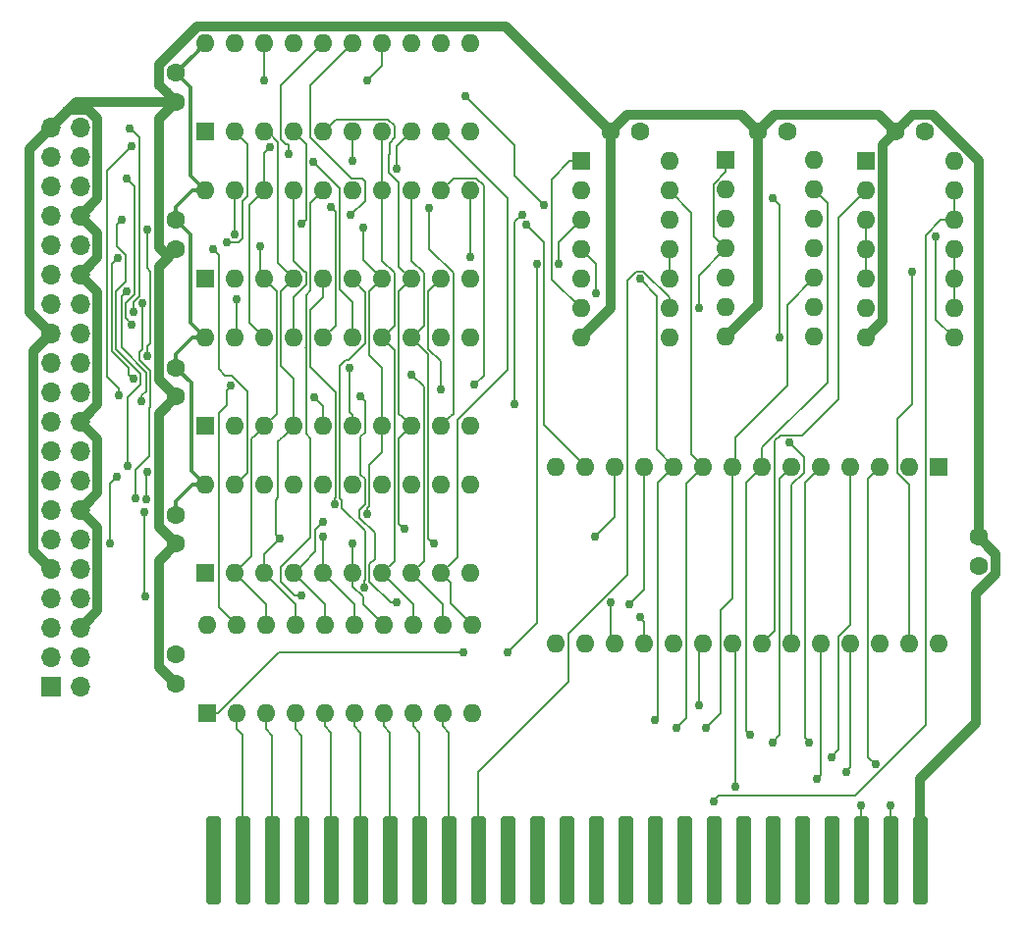
<source format=gbr>
G04 #@! TF.GenerationSoftware,KiCad,Pcbnew,(5.0.2)-1*
G04 #@! TF.CreationDate,2021-01-10T23:41:09-05:00*
G04 #@! TF.ProjectId,Apple2IORPi,4170706c-6532-4494-9f52-50692e6b6963,0.4*
G04 #@! TF.SameCoordinates,Original*
G04 #@! TF.FileFunction,Copper,L2,Bot*
G04 #@! TF.FilePolarity,Positive*
%FSLAX46Y46*%
G04 Gerber Fmt 4.6, Leading zero omitted, Abs format (unit mm)*
G04 Created by KiCad (PCBNEW (5.0.2)-1) date 2021-01-10 23:41:09*
%MOMM*%
%LPD*%
G01*
G04 APERTURE LIST*
G04 #@! TA.AperFunction,ComponentPad*
%ADD10R,1.600000X1.600000*%
G04 #@! TD*
G04 #@! TA.AperFunction,ComponentPad*
%ADD11O,1.600000X1.600000*%
G04 #@! TD*
G04 #@! TA.AperFunction,ComponentPad*
%ADD12R,1.700000X1.700000*%
G04 #@! TD*
G04 #@! TA.AperFunction,ComponentPad*
%ADD13O,1.700000X1.700000*%
G04 #@! TD*
G04 #@! TA.AperFunction,ComponentPad*
%ADD14C,1.600000*%
G04 #@! TD*
G04 #@! TA.AperFunction,Conductor*
%ADD15C,0.100000*%
G04 #@! TD*
G04 #@! TA.AperFunction,ConnectorPad*
%ADD16C,1.270000*%
G04 #@! TD*
G04 #@! TA.AperFunction,ViaPad*
%ADD17C,0.762000*%
G04 #@! TD*
G04 #@! TA.AperFunction,Conductor*
%ADD18C,0.177800*%
G04 #@! TD*
G04 #@! TA.AperFunction,Conductor*
%ADD19C,0.812800*%
G04 #@! TD*
G04 #@! TA.AperFunction,Conductor*
%ADD20C,0.355600*%
G04 #@! TD*
G04 APERTURE END LIST*
D10*
G04 #@! TO.P,U5,1*
G04 #@! TO.N,Net-(C1-Pad2)*
X123825000Y-78105000D03*
D11*
G04 #@! TO.P,U5,11*
G04 #@! TO.N,Net-(U3-Pad8)*
X146685000Y-70485000D03*
G04 #@! TO.P,U5,2*
G04 #@! TO.N,Net-(J1-Pad31)*
X126365000Y-78105000D03*
G04 #@! TO.P,U5,12*
G04 #@! TO.N,Net-(J1-Pad40)*
X144145000Y-70485000D03*
G04 #@! TO.P,U5,3*
G04 #@! TO.N,Net-(U0-Pad18)*
X128905000Y-78105000D03*
G04 #@! TO.P,U5,13*
G04 #@! TO.N,Net-(U0-Pad14)*
X141605000Y-70485000D03*
G04 #@! TO.P,U5,4*
G04 #@! TO.N,Net-(U0-Pad17)*
X131445000Y-78105000D03*
G04 #@! TO.P,U5,14*
G04 #@! TO.N,Net-(U0-Pad13)*
X139065000Y-70485000D03*
G04 #@! TO.P,U5,5*
G04 #@! TO.N,Net-(J1-Pad33)*
X133985000Y-78105000D03*
G04 #@! TO.P,U5,15*
G04 #@! TO.N,Net-(J1-Pad38)*
X136525000Y-70485000D03*
G04 #@! TO.P,U5,6*
G04 #@! TO.N,Net-(J1-Pad35)*
X136525000Y-78105000D03*
G04 #@! TO.P,U5,16*
G04 #@! TO.N,Net-(J1-Pad36)*
X133985000Y-70485000D03*
G04 #@! TO.P,U5,7*
G04 #@! TO.N,Net-(U0-Pad16)*
X139065000Y-78105000D03*
G04 #@! TO.P,U5,17*
G04 #@! TO.N,Net-(U0-Pad12)*
X131445000Y-70485000D03*
G04 #@! TO.P,U5,8*
G04 #@! TO.N,Net-(U0-Pad15)*
X141605000Y-78105000D03*
G04 #@! TO.P,U5,18*
G04 #@! TO.N,Net-(U0-Pad11)*
X128905000Y-70485000D03*
G04 #@! TO.P,U5,9*
G04 #@! TO.N,Net-(J1-Pad37)*
X144145000Y-78105000D03*
G04 #@! TO.P,U5,19*
G04 #@! TO.N,Net-(J1-Pad32)*
X126365000Y-70485000D03*
G04 #@! TO.P,U5,10*
G04 #@! TO.N,Net-(C1-Pad2)*
X146685000Y-78105000D03*
G04 #@! TO.P,U5,20*
G04 #@! TO.N,Net-(C5-Pad1)*
X123825000Y-70485000D03*
G04 #@! TD*
D12*
G04 #@! TO.P,J1,1*
G04 #@! TO.N,Net-(C5-Pad1)*
X110490000Y-100584000D03*
D13*
G04 #@! TO.P,J1,2*
G04 #@! TO.N,Net-(C1-Pad1)*
X113030000Y-100584000D03*
G04 #@! TO.P,J1,3*
G04 #@! TO.N,Net-(J1-Pad3)*
X110490000Y-98044000D03*
G04 #@! TO.P,J1,4*
G04 #@! TO.N,Net-(C1-Pad1)*
X113030000Y-98044000D03*
G04 #@! TO.P,J1,5*
G04 #@! TO.N,Net-(J1-Pad5)*
X110490000Y-95504000D03*
G04 #@! TO.P,J1,6*
G04 #@! TO.N,Net-(C1-Pad2)*
X113030000Y-95504000D03*
G04 #@! TO.P,J1,7*
G04 #@! TO.N,Net-(J1-Pad7)*
X110490000Y-92964000D03*
G04 #@! TO.P,J1,8*
G04 #@! TO.N,Net-(J1-Pad8)*
X113030000Y-92964000D03*
G04 #@! TO.P,J1,9*
G04 #@! TO.N,Net-(C1-Pad2)*
X110490000Y-90424000D03*
G04 #@! TO.P,J1,10*
G04 #@! TO.N,Net-(J1-Pad10)*
X113030000Y-90424000D03*
G04 #@! TO.P,J1,11*
G04 #@! TO.N,Net-(J1-Pad11)*
X110490000Y-87884000D03*
G04 #@! TO.P,J1,12*
G04 #@! TO.N,Net-(J1-Pad12)*
X113030000Y-87884000D03*
G04 #@! TO.P,J1,13*
G04 #@! TO.N,Net-(J1-Pad13)*
X110490000Y-85344000D03*
G04 #@! TO.P,J1,14*
G04 #@! TO.N,Net-(C1-Pad2)*
X113030000Y-85344000D03*
G04 #@! TO.P,J1,15*
G04 #@! TO.N,Net-(J1-Pad15)*
X110490000Y-82804000D03*
G04 #@! TO.P,J1,16*
G04 #@! TO.N,Net-(J1-Pad16)*
X113030000Y-82804000D03*
G04 #@! TO.P,J1,17*
G04 #@! TO.N,Net-(C5-Pad1)*
X110490000Y-80264000D03*
G04 #@! TO.P,J1,18*
G04 #@! TO.N,Net-(J1-Pad18)*
X113030000Y-80264000D03*
G04 #@! TO.P,J1,19*
G04 #@! TO.N,Net-(J1-Pad19)*
X110490000Y-77724000D03*
G04 #@! TO.P,J1,20*
G04 #@! TO.N,Net-(C1-Pad2)*
X113030000Y-77724000D03*
G04 #@! TO.P,J1,21*
G04 #@! TO.N,Net-(J1-Pad21)*
X110490000Y-75184000D03*
G04 #@! TO.P,J1,22*
G04 #@! TO.N,Net-(J1-Pad22)*
X113030000Y-75184000D03*
G04 #@! TO.P,J1,23*
G04 #@! TO.N,Net-(J1-Pad23)*
X110490000Y-72644000D03*
G04 #@! TO.P,J1,24*
G04 #@! TO.N,Net-(J1-Pad24)*
X113030000Y-72644000D03*
G04 #@! TO.P,J1,25*
G04 #@! TO.N,Net-(C1-Pad2)*
X110490000Y-70104000D03*
G04 #@! TO.P,J1,26*
G04 #@! TO.N,Net-(J1-Pad26)*
X113030000Y-70104000D03*
G04 #@! TO.P,J1,27*
G04 #@! TO.N,Net-(J1-Pad27)*
X110490000Y-67564000D03*
G04 #@! TO.P,J1,28*
G04 #@! TO.N,Net-(J1-Pad28)*
X113030000Y-67564000D03*
G04 #@! TO.P,J1,29*
G04 #@! TO.N,Net-(J1-Pad29)*
X110490000Y-65024000D03*
G04 #@! TO.P,J1,30*
G04 #@! TO.N,Net-(C1-Pad2)*
X113030000Y-65024000D03*
G04 #@! TO.P,J1,31*
G04 #@! TO.N,Net-(J1-Pad31)*
X110490000Y-62484000D03*
G04 #@! TO.P,J1,32*
G04 #@! TO.N,Net-(J1-Pad32)*
X113030000Y-62484000D03*
G04 #@! TO.P,J1,33*
G04 #@! TO.N,Net-(J1-Pad33)*
X110490000Y-59944000D03*
G04 #@! TO.P,J1,34*
G04 #@! TO.N,Net-(C1-Pad2)*
X113030000Y-59944000D03*
G04 #@! TO.P,J1,35*
G04 #@! TO.N,Net-(J1-Pad35)*
X110490000Y-57404000D03*
G04 #@! TO.P,J1,36*
G04 #@! TO.N,Net-(J1-Pad36)*
X113030000Y-57404000D03*
G04 #@! TO.P,J1,37*
G04 #@! TO.N,Net-(J1-Pad37)*
X110490000Y-54864000D03*
G04 #@! TO.P,J1,38*
G04 #@! TO.N,Net-(J1-Pad38)*
X113030000Y-54864000D03*
G04 #@! TO.P,J1,39*
G04 #@! TO.N,Net-(C1-Pad2)*
X110490000Y-52324000D03*
G04 #@! TO.P,J1,40*
G04 #@! TO.N,Net-(J1-Pad40)*
X113030000Y-52324000D03*
G04 #@! TD*
D14*
G04 #@! TO.P,C6,1*
G04 #@! TO.N,Net-(C5-Pad1)*
X121285000Y-73065000D03*
G04 #@! TO.P,C6,2*
G04 #@! TO.N,Net-(C1-Pad2)*
X121285000Y-75565000D03*
G04 #@! TD*
G04 #@! TO.P,C5,1*
G04 #@! TO.N,Net-(C5-Pad1)*
X121285000Y-85765000D03*
G04 #@! TO.P,C5,2*
G04 #@! TO.N,Net-(C1-Pad2)*
X121285000Y-88265000D03*
G04 #@! TD*
G04 #@! TO.P,C1,1*
G04 #@! TO.N,Net-(C1-Pad1)*
X121285000Y-97830000D03*
G04 #@! TO.P,C1,2*
G04 #@! TO.N,Net-(C1-Pad2)*
X121285000Y-100330000D03*
G04 #@! TD*
G04 #@! TO.P,C4,1*
G04 #@! TO.N,Net-(C1-Pad1)*
X161290000Y-52705000D03*
G04 #@! TO.P,C4,2*
G04 #@! TO.N,Net-(C1-Pad2)*
X158790000Y-52705000D03*
G04 #@! TD*
G04 #@! TO.P,C3,1*
G04 #@! TO.N,Net-(C1-Pad1)*
X185851800Y-52705000D03*
G04 #@! TO.P,C3,2*
G04 #@! TO.N,Net-(C1-Pad2)*
X183351800Y-52705000D03*
G04 #@! TD*
G04 #@! TO.P,C2,1*
G04 #@! TO.N,Net-(C1-Pad1)*
X190500000Y-90170000D03*
G04 #@! TO.P,C2,2*
G04 #@! TO.N,Net-(C1-Pad2)*
X190500000Y-87670000D03*
G04 #@! TD*
G04 #@! TO.P,C7,1*
G04 #@! TO.N,Net-(C5-Pad1)*
X121285000Y-47625000D03*
G04 #@! TO.P,C7,2*
G04 #@! TO.N,Net-(C1-Pad2)*
X121285000Y-50125000D03*
G04 #@! TD*
G04 #@! TO.P,C8,1*
G04 #@! TO.N,Net-(C5-Pad1)*
X121285000Y-60325000D03*
G04 #@! TO.P,C8,2*
G04 #@! TO.N,Net-(C1-Pad2)*
X121285000Y-62825000D03*
G04 #@! TD*
G04 #@! TO.P,C9,1*
G04 #@! TO.N,Net-(C1-Pad1)*
X173990000Y-52705000D03*
G04 #@! TO.P,C9,2*
G04 #@! TO.N,Net-(C1-Pad2)*
X171490000Y-52705000D03*
G04 #@! TD*
D11*
G04 #@! TO.P,U8,14*
G04 #@! TO.N,Net-(C1-Pad1)*
X176326800Y-55168800D03*
G04 #@! TO.P,U8,7*
G04 #@! TO.N,Net-(C1-Pad2)*
X168706800Y-70408800D03*
G04 #@! TO.P,U8,13*
G04 #@! TO.N,Net-(J0-Pad5)*
X176326800Y-57708800D03*
G04 #@! TO.P,U8,6*
G04 #@! TO.N,Net-(U7-Pad11)*
X168706800Y-67868800D03*
G04 #@! TO.P,U8,12*
G04 #@! TO.N,Net-(U2-Pad8)*
X176326800Y-60248800D03*
G04 #@! TO.P,U8,5*
G04 #@! TO.N,Net-(U8-Pad11)*
X168706800Y-65328800D03*
G04 #@! TO.P,U8,11*
X176326800Y-62788800D03*
G04 #@! TO.P,U8,4*
G04 #@! TO.N,Net-(J0-Pad41)*
X168706800Y-62788800D03*
G04 #@! TO.P,U8,10*
G04 #@! TO.N,Net-(J0-Pad4)*
X176326800Y-65328800D03*
G04 #@! TO.P,U8,3*
G04 #@! TO.N,Net-(U6-Pad19)*
X168706800Y-60248800D03*
G04 #@! TO.P,U8,9*
G04 #@! TO.N,Net-(U0-Pad1)*
X176326800Y-67868800D03*
G04 #@! TO.P,U8,2*
G04 #@! TO.N,Net-(U8-Pad2)*
X168706800Y-57708800D03*
G04 #@! TO.P,U8,8*
X176326800Y-70408800D03*
D10*
G04 #@! TO.P,U8,1*
G04 #@! TO.N,Net-(J0-Pad41)*
X168706800Y-55168800D03*
G04 #@! TD*
D11*
G04 #@! TO.P,U6,20*
G04 #@! TO.N,Net-(C5-Pad1)*
X123825000Y-45085000D03*
G04 #@! TO.P,U6,10*
G04 #@! TO.N,Net-(C1-Pad2)*
X146685000Y-52705000D03*
G04 #@! TO.P,U6,19*
G04 #@! TO.N,Net-(U6-Pad19)*
X126365000Y-45085000D03*
G04 #@! TO.P,U6,9*
G04 #@! TO.N,Net-(U0-Pad11)*
X144145000Y-52705000D03*
G04 #@! TO.P,U6,18*
G04 #@! TO.N,Net-(J1-Pad26)*
X128905000Y-45085000D03*
G04 #@! TO.P,U6,8*
G04 #@! TO.N,Net-(U0-Pad12)*
X141605000Y-52705000D03*
G04 #@! TO.P,U6,17*
G04 #@! TO.N,Net-(J1-Pad24)*
X131445000Y-45085000D03*
G04 #@! TO.P,U6,7*
G04 #@! TO.N,Net-(U0-Pad13)*
X139065000Y-52705000D03*
G04 #@! TO.P,U6,16*
G04 #@! TO.N,Net-(J1-Pad22)*
X133985000Y-45085000D03*
G04 #@! TO.P,U6,6*
G04 #@! TO.N,Net-(U0-Pad14)*
X136525000Y-52705000D03*
G04 #@! TO.P,U6,15*
G04 #@! TO.N,Net-(J1-Pad18)*
X136525000Y-45085000D03*
G04 #@! TO.P,U6,5*
G04 #@! TO.N,Net-(U0-Pad15)*
X133985000Y-52705000D03*
G04 #@! TO.P,U6,14*
G04 #@! TO.N,Net-(J1-Pad26)*
X139065000Y-45085000D03*
G04 #@! TO.P,U6,4*
G04 #@! TO.N,Net-(U0-Pad16)*
X131445000Y-52705000D03*
G04 #@! TO.P,U6,13*
G04 #@! TO.N,Net-(J1-Pad24)*
X141605000Y-45085000D03*
G04 #@! TO.P,U6,3*
G04 #@! TO.N,Net-(U0-Pad17)*
X128905000Y-52705000D03*
G04 #@! TO.P,U6,12*
G04 #@! TO.N,Net-(J1-Pad22)*
X144145000Y-45085000D03*
G04 #@! TO.P,U6,2*
G04 #@! TO.N,Net-(U0-Pad18)*
X126365000Y-52705000D03*
G04 #@! TO.P,U6,11*
G04 #@! TO.N,Net-(J1-Pad18)*
X146685000Y-45085000D03*
D10*
G04 #@! TO.P,U6,1*
G04 #@! TO.N,Net-(C1-Pad2)*
X123825000Y-52705000D03*
G04 #@! TD*
G04 #@! TO.P,U7,1*
G04 #@! TO.N,Net-(C1-Pad2)*
X123825000Y-65405000D03*
D11*
G04 #@! TO.P,U7,11*
G04 #@! TO.N,Net-(U7-Pad11)*
X146685000Y-57785000D03*
G04 #@! TO.P,U7,2*
G04 #@! TO.N,Net-(J1-Pad16)*
X126365000Y-65405000D03*
G04 #@! TO.P,U7,12*
G04 #@! TO.N,Net-(U1-Pad23)*
X144145000Y-57785000D03*
G04 #@! TO.P,U7,3*
G04 #@! TO.N,Net-(U0-Pad18)*
X128905000Y-65405000D03*
G04 #@! TO.P,U7,13*
G04 #@! TO.N,Net-(U0-Pad14)*
X141605000Y-57785000D03*
G04 #@! TO.P,U7,4*
G04 #@! TO.N,Net-(U0-Pad17)*
X131445000Y-65405000D03*
G04 #@! TO.P,U7,14*
G04 #@! TO.N,Net-(U0-Pad13)*
X139065000Y-57785000D03*
G04 #@! TO.P,U7,5*
G04 #@! TO.N,Net-(J1-Pad12)*
X133985000Y-65405000D03*
G04 #@! TO.P,U7,15*
G04 #@! TO.N,Net-(U1-Pad2)*
X136525000Y-57785000D03*
G04 #@! TO.P,U7,6*
G04 #@! TO.N,Net-(J1-Pad10)*
X136525000Y-65405000D03*
G04 #@! TO.P,U7,16*
G04 #@! TO.N,Net-(U1-Pad26)*
X133985000Y-57785000D03*
G04 #@! TO.P,U7,7*
G04 #@! TO.N,Net-(U0-Pad16)*
X139065000Y-65405000D03*
G04 #@! TO.P,U7,17*
G04 #@! TO.N,Net-(U0-Pad12)*
X131445000Y-57785000D03*
G04 #@! TO.P,U7,8*
G04 #@! TO.N,Net-(U0-Pad15)*
X141605000Y-65405000D03*
G04 #@! TO.P,U7,18*
G04 #@! TO.N,Net-(U0-Pad11)*
X128905000Y-57785000D03*
G04 #@! TO.P,U7,9*
G04 #@! TO.N,Net-(J1-Pad8)*
X144145000Y-65405000D03*
G04 #@! TO.P,U7,19*
G04 #@! TO.N,Net-(U1-Pad27)*
X126365000Y-57785000D03*
G04 #@! TO.P,U7,10*
G04 #@! TO.N,Net-(C1-Pad2)*
X146685000Y-65405000D03*
G04 #@! TO.P,U7,20*
G04 #@! TO.N,Net-(C5-Pad1)*
X123825000Y-57785000D03*
G04 #@! TD*
D10*
G04 #@! TO.P,U1,1*
G04 #@! TO.N,Net-(C1-Pad1)*
X187101925Y-81586962D03*
D11*
G04 #@! TO.P,U1,15*
G04 #@! TO.N,Net-(U0-Pad15)*
X154081925Y-96826962D03*
G04 #@! TO.P,U1,2*
G04 #@! TO.N,Net-(U1-Pad2)*
X184561925Y-81586962D03*
G04 #@! TO.P,U1,16*
G04 #@! TO.N,Net-(U0-Pad14)*
X156621925Y-96826962D03*
G04 #@! TO.P,U1,3*
G04 #@! TO.N,Net-(J0-Pad9)*
X182021925Y-81586962D03*
G04 #@! TO.P,U1,17*
G04 #@! TO.N,Net-(U0-Pad13)*
X159161925Y-96826962D03*
G04 #@! TO.P,U1,4*
G04 #@! TO.N,Net-(J0-Pad8)*
X179481925Y-81586962D03*
G04 #@! TO.P,U1,18*
G04 #@! TO.N,Net-(U0-Pad12)*
X161701925Y-96826962D03*
G04 #@! TO.P,U1,5*
G04 #@! TO.N,Net-(J0-Pad7)*
X176941925Y-81586962D03*
G04 #@! TO.P,U1,19*
G04 #@! TO.N,Net-(U0-Pad11)*
X164241925Y-96826962D03*
G04 #@! TO.P,U1,6*
G04 #@! TO.N,Net-(J0-Pad6)*
X174401925Y-81586962D03*
G04 #@! TO.P,U1,20*
G04 #@! TO.N,Net-(J0-Pad1)*
X166781925Y-96826962D03*
G04 #@! TO.P,U1,7*
G04 #@! TO.N,Net-(J0-Pad5)*
X171861925Y-81586962D03*
G04 #@! TO.P,U1,21*
G04 #@! TO.N,Net-(J0-Pad12)*
X169321925Y-96826962D03*
G04 #@! TO.P,U1,8*
G04 #@! TO.N,Net-(J0-Pad4)*
X169321925Y-81586962D03*
G04 #@! TO.P,U1,22*
G04 #@! TO.N,Net-(J0-Pad1)*
X171861925Y-96826962D03*
G04 #@! TO.P,U1,9*
G04 #@! TO.N,Net-(J0-Pad3)*
X166781925Y-81586962D03*
G04 #@! TO.P,U1,23*
G04 #@! TO.N,Net-(U1-Pad23)*
X174401925Y-96826962D03*
G04 #@! TO.P,U1,10*
G04 #@! TO.N,Net-(J0-Pad2)*
X164241925Y-81586962D03*
G04 #@! TO.P,U1,24*
G04 #@! TO.N,Net-(J0-Pad11)*
X176941925Y-96826962D03*
G04 #@! TO.P,U1,11*
G04 #@! TO.N,Net-(U0-Pad18)*
X161701925Y-81586962D03*
G04 #@! TO.P,U1,25*
G04 #@! TO.N,Net-(J0-Pad10)*
X179481925Y-96826962D03*
G04 #@! TO.P,U1,12*
G04 #@! TO.N,Net-(U0-Pad17)*
X159161925Y-81586962D03*
G04 #@! TO.P,U1,26*
G04 #@! TO.N,Net-(U1-Pad26)*
X182021925Y-96826962D03*
G04 #@! TO.P,U1,13*
G04 #@! TO.N,Net-(U0-Pad16)*
X156621925Y-81586962D03*
G04 #@! TO.P,U1,27*
G04 #@! TO.N,Net-(U1-Pad27)*
X184561925Y-96826962D03*
G04 #@! TO.P,U1,14*
G04 #@! TO.N,Net-(C1-Pad2)*
X154081925Y-81586962D03*
G04 #@! TO.P,U1,28*
G04 #@! TO.N,Net-(C1-Pad1)*
X187101925Y-96826962D03*
G04 #@! TD*
D15*
G04 #@! TO.N,Net-(J0-Pad50)*
G04 #@! TO.C,J0*
G36*
X124883621Y-111761529D02*
X124914442Y-111766101D01*
X124944666Y-111773671D01*
X124974003Y-111784168D01*
X125002169Y-111797490D01*
X125028895Y-111813508D01*
X125053921Y-111832069D01*
X125077007Y-111852994D01*
X125097932Y-111876080D01*
X125116493Y-111901106D01*
X125132511Y-111927832D01*
X125145833Y-111955998D01*
X125156330Y-111985335D01*
X125163900Y-112015559D01*
X125168472Y-112046380D01*
X125170001Y-112077500D01*
X125170001Y-119062500D01*
X125168472Y-119093620D01*
X125163900Y-119124441D01*
X125156330Y-119154665D01*
X125145833Y-119184002D01*
X125132511Y-119212168D01*
X125116493Y-119238894D01*
X125097932Y-119263920D01*
X125077007Y-119287006D01*
X125053921Y-119307931D01*
X125028895Y-119326492D01*
X125002169Y-119342510D01*
X124974003Y-119355832D01*
X124944666Y-119366329D01*
X124914442Y-119373899D01*
X124883621Y-119378471D01*
X124852501Y-119380000D01*
X124217501Y-119380000D01*
X124186381Y-119378471D01*
X124155560Y-119373899D01*
X124125336Y-119366329D01*
X124095999Y-119355832D01*
X124067833Y-119342510D01*
X124041107Y-119326492D01*
X124016081Y-119307931D01*
X123992995Y-119287006D01*
X123972070Y-119263920D01*
X123953509Y-119238894D01*
X123937491Y-119212168D01*
X123924169Y-119184002D01*
X123913672Y-119154665D01*
X123906102Y-119124441D01*
X123901530Y-119093620D01*
X123900001Y-119062500D01*
X123900001Y-112077500D01*
X123901530Y-112046380D01*
X123906102Y-112015559D01*
X123913672Y-111985335D01*
X123924169Y-111955998D01*
X123937491Y-111927832D01*
X123953509Y-111901106D01*
X123972070Y-111876080D01*
X123992995Y-111852994D01*
X124016081Y-111832069D01*
X124041107Y-111813508D01*
X124067833Y-111797490D01*
X124095999Y-111784168D01*
X124125336Y-111773671D01*
X124155560Y-111766101D01*
X124186381Y-111761529D01*
X124217501Y-111760000D01*
X124852501Y-111760000D01*
X124883621Y-111761529D01*
X124883621Y-111761529D01*
G37*
D16*
G04 #@! TD*
G04 #@! TO.P,J0,50*
G04 #@! TO.N,Net-(J0-Pad50)*
X124535001Y-115570000D03*
D15*
G04 #@! TO.N,Net-(J0-Pad49)*
G04 #@! TO.C,J0*
G36*
X127423621Y-111761529D02*
X127454442Y-111766101D01*
X127484666Y-111773671D01*
X127514003Y-111784168D01*
X127542169Y-111797490D01*
X127568895Y-111813508D01*
X127593921Y-111832069D01*
X127617007Y-111852994D01*
X127637932Y-111876080D01*
X127656493Y-111901106D01*
X127672511Y-111927832D01*
X127685833Y-111955998D01*
X127696330Y-111985335D01*
X127703900Y-112015559D01*
X127708472Y-112046380D01*
X127710001Y-112077500D01*
X127710001Y-119062500D01*
X127708472Y-119093620D01*
X127703900Y-119124441D01*
X127696330Y-119154665D01*
X127685833Y-119184002D01*
X127672511Y-119212168D01*
X127656493Y-119238894D01*
X127637932Y-119263920D01*
X127617007Y-119287006D01*
X127593921Y-119307931D01*
X127568895Y-119326492D01*
X127542169Y-119342510D01*
X127514003Y-119355832D01*
X127484666Y-119366329D01*
X127454442Y-119373899D01*
X127423621Y-119378471D01*
X127392501Y-119380000D01*
X126757501Y-119380000D01*
X126726381Y-119378471D01*
X126695560Y-119373899D01*
X126665336Y-119366329D01*
X126635999Y-119355832D01*
X126607833Y-119342510D01*
X126581107Y-119326492D01*
X126556081Y-119307931D01*
X126532995Y-119287006D01*
X126512070Y-119263920D01*
X126493509Y-119238894D01*
X126477491Y-119212168D01*
X126464169Y-119184002D01*
X126453672Y-119154665D01*
X126446102Y-119124441D01*
X126441530Y-119093620D01*
X126440001Y-119062500D01*
X126440001Y-112077500D01*
X126441530Y-112046380D01*
X126446102Y-112015559D01*
X126453672Y-111985335D01*
X126464169Y-111955998D01*
X126477491Y-111927832D01*
X126493509Y-111901106D01*
X126512070Y-111876080D01*
X126532995Y-111852994D01*
X126556081Y-111832069D01*
X126581107Y-111813508D01*
X126607833Y-111797490D01*
X126635999Y-111784168D01*
X126665336Y-111773671D01*
X126695560Y-111766101D01*
X126726381Y-111761529D01*
X126757501Y-111760000D01*
X127392501Y-111760000D01*
X127423621Y-111761529D01*
X127423621Y-111761529D01*
G37*
D16*
G04 #@! TD*
G04 #@! TO.P,J0,49*
G04 #@! TO.N,Net-(J0-Pad49)*
X127075001Y-115570000D03*
D15*
G04 #@! TO.N,Net-(J0-Pad48)*
G04 #@! TO.C,J0*
G36*
X129963621Y-111761529D02*
X129994442Y-111766101D01*
X130024666Y-111773671D01*
X130054003Y-111784168D01*
X130082169Y-111797490D01*
X130108895Y-111813508D01*
X130133921Y-111832069D01*
X130157007Y-111852994D01*
X130177932Y-111876080D01*
X130196493Y-111901106D01*
X130212511Y-111927832D01*
X130225833Y-111955998D01*
X130236330Y-111985335D01*
X130243900Y-112015559D01*
X130248472Y-112046380D01*
X130250001Y-112077500D01*
X130250001Y-119062500D01*
X130248472Y-119093620D01*
X130243900Y-119124441D01*
X130236330Y-119154665D01*
X130225833Y-119184002D01*
X130212511Y-119212168D01*
X130196493Y-119238894D01*
X130177932Y-119263920D01*
X130157007Y-119287006D01*
X130133921Y-119307931D01*
X130108895Y-119326492D01*
X130082169Y-119342510D01*
X130054003Y-119355832D01*
X130024666Y-119366329D01*
X129994442Y-119373899D01*
X129963621Y-119378471D01*
X129932501Y-119380000D01*
X129297501Y-119380000D01*
X129266381Y-119378471D01*
X129235560Y-119373899D01*
X129205336Y-119366329D01*
X129175999Y-119355832D01*
X129147833Y-119342510D01*
X129121107Y-119326492D01*
X129096081Y-119307931D01*
X129072995Y-119287006D01*
X129052070Y-119263920D01*
X129033509Y-119238894D01*
X129017491Y-119212168D01*
X129004169Y-119184002D01*
X128993672Y-119154665D01*
X128986102Y-119124441D01*
X128981530Y-119093620D01*
X128980001Y-119062500D01*
X128980001Y-112077500D01*
X128981530Y-112046380D01*
X128986102Y-112015559D01*
X128993672Y-111985335D01*
X129004169Y-111955998D01*
X129017491Y-111927832D01*
X129033509Y-111901106D01*
X129052070Y-111876080D01*
X129072995Y-111852994D01*
X129096081Y-111832069D01*
X129121107Y-111813508D01*
X129147833Y-111797490D01*
X129175999Y-111784168D01*
X129205336Y-111773671D01*
X129235560Y-111766101D01*
X129266381Y-111761529D01*
X129297501Y-111760000D01*
X129932501Y-111760000D01*
X129963621Y-111761529D01*
X129963621Y-111761529D01*
G37*
D16*
G04 #@! TD*
G04 #@! TO.P,J0,48*
G04 #@! TO.N,Net-(J0-Pad48)*
X129615001Y-115570000D03*
D15*
G04 #@! TO.N,Net-(J0-Pad47)*
G04 #@! TO.C,J0*
G36*
X132503621Y-111761529D02*
X132534442Y-111766101D01*
X132564666Y-111773671D01*
X132594003Y-111784168D01*
X132622169Y-111797490D01*
X132648895Y-111813508D01*
X132673921Y-111832069D01*
X132697007Y-111852994D01*
X132717932Y-111876080D01*
X132736493Y-111901106D01*
X132752511Y-111927832D01*
X132765833Y-111955998D01*
X132776330Y-111985335D01*
X132783900Y-112015559D01*
X132788472Y-112046380D01*
X132790001Y-112077500D01*
X132790001Y-119062500D01*
X132788472Y-119093620D01*
X132783900Y-119124441D01*
X132776330Y-119154665D01*
X132765833Y-119184002D01*
X132752511Y-119212168D01*
X132736493Y-119238894D01*
X132717932Y-119263920D01*
X132697007Y-119287006D01*
X132673921Y-119307931D01*
X132648895Y-119326492D01*
X132622169Y-119342510D01*
X132594003Y-119355832D01*
X132564666Y-119366329D01*
X132534442Y-119373899D01*
X132503621Y-119378471D01*
X132472501Y-119380000D01*
X131837501Y-119380000D01*
X131806381Y-119378471D01*
X131775560Y-119373899D01*
X131745336Y-119366329D01*
X131715999Y-119355832D01*
X131687833Y-119342510D01*
X131661107Y-119326492D01*
X131636081Y-119307931D01*
X131612995Y-119287006D01*
X131592070Y-119263920D01*
X131573509Y-119238894D01*
X131557491Y-119212168D01*
X131544169Y-119184002D01*
X131533672Y-119154665D01*
X131526102Y-119124441D01*
X131521530Y-119093620D01*
X131520001Y-119062500D01*
X131520001Y-112077500D01*
X131521530Y-112046380D01*
X131526102Y-112015559D01*
X131533672Y-111985335D01*
X131544169Y-111955998D01*
X131557491Y-111927832D01*
X131573509Y-111901106D01*
X131592070Y-111876080D01*
X131612995Y-111852994D01*
X131636081Y-111832069D01*
X131661107Y-111813508D01*
X131687833Y-111797490D01*
X131715999Y-111784168D01*
X131745336Y-111773671D01*
X131775560Y-111766101D01*
X131806381Y-111761529D01*
X131837501Y-111760000D01*
X132472501Y-111760000D01*
X132503621Y-111761529D01*
X132503621Y-111761529D01*
G37*
D16*
G04 #@! TD*
G04 #@! TO.P,J0,47*
G04 #@! TO.N,Net-(J0-Pad47)*
X132155001Y-115570000D03*
D15*
G04 #@! TO.N,Net-(J0-Pad46)*
G04 #@! TO.C,J0*
G36*
X135043621Y-111761529D02*
X135074442Y-111766101D01*
X135104666Y-111773671D01*
X135134003Y-111784168D01*
X135162169Y-111797490D01*
X135188895Y-111813508D01*
X135213921Y-111832069D01*
X135237007Y-111852994D01*
X135257932Y-111876080D01*
X135276493Y-111901106D01*
X135292511Y-111927832D01*
X135305833Y-111955998D01*
X135316330Y-111985335D01*
X135323900Y-112015559D01*
X135328472Y-112046380D01*
X135330001Y-112077500D01*
X135330001Y-119062500D01*
X135328472Y-119093620D01*
X135323900Y-119124441D01*
X135316330Y-119154665D01*
X135305833Y-119184002D01*
X135292511Y-119212168D01*
X135276493Y-119238894D01*
X135257932Y-119263920D01*
X135237007Y-119287006D01*
X135213921Y-119307931D01*
X135188895Y-119326492D01*
X135162169Y-119342510D01*
X135134003Y-119355832D01*
X135104666Y-119366329D01*
X135074442Y-119373899D01*
X135043621Y-119378471D01*
X135012501Y-119380000D01*
X134377501Y-119380000D01*
X134346381Y-119378471D01*
X134315560Y-119373899D01*
X134285336Y-119366329D01*
X134255999Y-119355832D01*
X134227833Y-119342510D01*
X134201107Y-119326492D01*
X134176081Y-119307931D01*
X134152995Y-119287006D01*
X134132070Y-119263920D01*
X134113509Y-119238894D01*
X134097491Y-119212168D01*
X134084169Y-119184002D01*
X134073672Y-119154665D01*
X134066102Y-119124441D01*
X134061530Y-119093620D01*
X134060001Y-119062500D01*
X134060001Y-112077500D01*
X134061530Y-112046380D01*
X134066102Y-112015559D01*
X134073672Y-111985335D01*
X134084169Y-111955998D01*
X134097491Y-111927832D01*
X134113509Y-111901106D01*
X134132070Y-111876080D01*
X134152995Y-111852994D01*
X134176081Y-111832069D01*
X134201107Y-111813508D01*
X134227833Y-111797490D01*
X134255999Y-111784168D01*
X134285336Y-111773671D01*
X134315560Y-111766101D01*
X134346381Y-111761529D01*
X134377501Y-111760000D01*
X135012501Y-111760000D01*
X135043621Y-111761529D01*
X135043621Y-111761529D01*
G37*
D16*
G04 #@! TD*
G04 #@! TO.P,J0,46*
G04 #@! TO.N,Net-(J0-Pad46)*
X134695001Y-115570000D03*
D15*
G04 #@! TO.N,Net-(J0-Pad45)*
G04 #@! TO.C,J0*
G36*
X137583621Y-111761529D02*
X137614442Y-111766101D01*
X137644666Y-111773671D01*
X137674003Y-111784168D01*
X137702169Y-111797490D01*
X137728895Y-111813508D01*
X137753921Y-111832069D01*
X137777007Y-111852994D01*
X137797932Y-111876080D01*
X137816493Y-111901106D01*
X137832511Y-111927832D01*
X137845833Y-111955998D01*
X137856330Y-111985335D01*
X137863900Y-112015559D01*
X137868472Y-112046380D01*
X137870001Y-112077500D01*
X137870001Y-119062500D01*
X137868472Y-119093620D01*
X137863900Y-119124441D01*
X137856330Y-119154665D01*
X137845833Y-119184002D01*
X137832511Y-119212168D01*
X137816493Y-119238894D01*
X137797932Y-119263920D01*
X137777007Y-119287006D01*
X137753921Y-119307931D01*
X137728895Y-119326492D01*
X137702169Y-119342510D01*
X137674003Y-119355832D01*
X137644666Y-119366329D01*
X137614442Y-119373899D01*
X137583621Y-119378471D01*
X137552501Y-119380000D01*
X136917501Y-119380000D01*
X136886381Y-119378471D01*
X136855560Y-119373899D01*
X136825336Y-119366329D01*
X136795999Y-119355832D01*
X136767833Y-119342510D01*
X136741107Y-119326492D01*
X136716081Y-119307931D01*
X136692995Y-119287006D01*
X136672070Y-119263920D01*
X136653509Y-119238894D01*
X136637491Y-119212168D01*
X136624169Y-119184002D01*
X136613672Y-119154665D01*
X136606102Y-119124441D01*
X136601530Y-119093620D01*
X136600001Y-119062500D01*
X136600001Y-112077500D01*
X136601530Y-112046380D01*
X136606102Y-112015559D01*
X136613672Y-111985335D01*
X136624169Y-111955998D01*
X136637491Y-111927832D01*
X136653509Y-111901106D01*
X136672070Y-111876080D01*
X136692995Y-111852994D01*
X136716081Y-111832069D01*
X136741107Y-111813508D01*
X136767833Y-111797490D01*
X136795999Y-111784168D01*
X136825336Y-111773671D01*
X136855560Y-111766101D01*
X136886381Y-111761529D01*
X136917501Y-111760000D01*
X137552501Y-111760000D01*
X137583621Y-111761529D01*
X137583621Y-111761529D01*
G37*
D16*
G04 #@! TD*
G04 #@! TO.P,J0,45*
G04 #@! TO.N,Net-(J0-Pad45)*
X137235001Y-115570000D03*
D15*
G04 #@! TO.N,Net-(J0-Pad44)*
G04 #@! TO.C,J0*
G36*
X140123621Y-111761529D02*
X140154442Y-111766101D01*
X140184666Y-111773671D01*
X140214003Y-111784168D01*
X140242169Y-111797490D01*
X140268895Y-111813508D01*
X140293921Y-111832069D01*
X140317007Y-111852994D01*
X140337932Y-111876080D01*
X140356493Y-111901106D01*
X140372511Y-111927832D01*
X140385833Y-111955998D01*
X140396330Y-111985335D01*
X140403900Y-112015559D01*
X140408472Y-112046380D01*
X140410001Y-112077500D01*
X140410001Y-119062500D01*
X140408472Y-119093620D01*
X140403900Y-119124441D01*
X140396330Y-119154665D01*
X140385833Y-119184002D01*
X140372511Y-119212168D01*
X140356493Y-119238894D01*
X140337932Y-119263920D01*
X140317007Y-119287006D01*
X140293921Y-119307931D01*
X140268895Y-119326492D01*
X140242169Y-119342510D01*
X140214003Y-119355832D01*
X140184666Y-119366329D01*
X140154442Y-119373899D01*
X140123621Y-119378471D01*
X140092501Y-119380000D01*
X139457501Y-119380000D01*
X139426381Y-119378471D01*
X139395560Y-119373899D01*
X139365336Y-119366329D01*
X139335999Y-119355832D01*
X139307833Y-119342510D01*
X139281107Y-119326492D01*
X139256081Y-119307931D01*
X139232995Y-119287006D01*
X139212070Y-119263920D01*
X139193509Y-119238894D01*
X139177491Y-119212168D01*
X139164169Y-119184002D01*
X139153672Y-119154665D01*
X139146102Y-119124441D01*
X139141530Y-119093620D01*
X139140001Y-119062500D01*
X139140001Y-112077500D01*
X139141530Y-112046380D01*
X139146102Y-112015559D01*
X139153672Y-111985335D01*
X139164169Y-111955998D01*
X139177491Y-111927832D01*
X139193509Y-111901106D01*
X139212070Y-111876080D01*
X139232995Y-111852994D01*
X139256081Y-111832069D01*
X139281107Y-111813508D01*
X139307833Y-111797490D01*
X139335999Y-111784168D01*
X139365336Y-111773671D01*
X139395560Y-111766101D01*
X139426381Y-111761529D01*
X139457501Y-111760000D01*
X140092501Y-111760000D01*
X140123621Y-111761529D01*
X140123621Y-111761529D01*
G37*
D16*
G04 #@! TD*
G04 #@! TO.P,J0,44*
G04 #@! TO.N,Net-(J0-Pad44)*
X139775001Y-115570000D03*
D15*
G04 #@! TO.N,Net-(J0-Pad43)*
G04 #@! TO.C,J0*
G36*
X142663621Y-111761529D02*
X142694442Y-111766101D01*
X142724666Y-111773671D01*
X142754003Y-111784168D01*
X142782169Y-111797490D01*
X142808895Y-111813508D01*
X142833921Y-111832069D01*
X142857007Y-111852994D01*
X142877932Y-111876080D01*
X142896493Y-111901106D01*
X142912511Y-111927832D01*
X142925833Y-111955998D01*
X142936330Y-111985335D01*
X142943900Y-112015559D01*
X142948472Y-112046380D01*
X142950001Y-112077500D01*
X142950001Y-119062500D01*
X142948472Y-119093620D01*
X142943900Y-119124441D01*
X142936330Y-119154665D01*
X142925833Y-119184002D01*
X142912511Y-119212168D01*
X142896493Y-119238894D01*
X142877932Y-119263920D01*
X142857007Y-119287006D01*
X142833921Y-119307931D01*
X142808895Y-119326492D01*
X142782169Y-119342510D01*
X142754003Y-119355832D01*
X142724666Y-119366329D01*
X142694442Y-119373899D01*
X142663621Y-119378471D01*
X142632501Y-119380000D01*
X141997501Y-119380000D01*
X141966381Y-119378471D01*
X141935560Y-119373899D01*
X141905336Y-119366329D01*
X141875999Y-119355832D01*
X141847833Y-119342510D01*
X141821107Y-119326492D01*
X141796081Y-119307931D01*
X141772995Y-119287006D01*
X141752070Y-119263920D01*
X141733509Y-119238894D01*
X141717491Y-119212168D01*
X141704169Y-119184002D01*
X141693672Y-119154665D01*
X141686102Y-119124441D01*
X141681530Y-119093620D01*
X141680001Y-119062500D01*
X141680001Y-112077500D01*
X141681530Y-112046380D01*
X141686102Y-112015559D01*
X141693672Y-111985335D01*
X141704169Y-111955998D01*
X141717491Y-111927832D01*
X141733509Y-111901106D01*
X141752070Y-111876080D01*
X141772995Y-111852994D01*
X141796081Y-111832069D01*
X141821107Y-111813508D01*
X141847833Y-111797490D01*
X141875999Y-111784168D01*
X141905336Y-111773671D01*
X141935560Y-111766101D01*
X141966381Y-111761529D01*
X141997501Y-111760000D01*
X142632501Y-111760000D01*
X142663621Y-111761529D01*
X142663621Y-111761529D01*
G37*
D16*
G04 #@! TD*
G04 #@! TO.P,J0,43*
G04 #@! TO.N,Net-(J0-Pad43)*
X142315001Y-115570000D03*
D15*
G04 #@! TO.N,Net-(J0-Pad42)*
G04 #@! TO.C,J0*
G36*
X145203621Y-111761529D02*
X145234442Y-111766101D01*
X145264666Y-111773671D01*
X145294003Y-111784168D01*
X145322169Y-111797490D01*
X145348895Y-111813508D01*
X145373921Y-111832069D01*
X145397007Y-111852994D01*
X145417932Y-111876080D01*
X145436493Y-111901106D01*
X145452511Y-111927832D01*
X145465833Y-111955998D01*
X145476330Y-111985335D01*
X145483900Y-112015559D01*
X145488472Y-112046380D01*
X145490001Y-112077500D01*
X145490001Y-119062500D01*
X145488472Y-119093620D01*
X145483900Y-119124441D01*
X145476330Y-119154665D01*
X145465833Y-119184002D01*
X145452511Y-119212168D01*
X145436493Y-119238894D01*
X145417932Y-119263920D01*
X145397007Y-119287006D01*
X145373921Y-119307931D01*
X145348895Y-119326492D01*
X145322169Y-119342510D01*
X145294003Y-119355832D01*
X145264666Y-119366329D01*
X145234442Y-119373899D01*
X145203621Y-119378471D01*
X145172501Y-119380000D01*
X144537501Y-119380000D01*
X144506381Y-119378471D01*
X144475560Y-119373899D01*
X144445336Y-119366329D01*
X144415999Y-119355832D01*
X144387833Y-119342510D01*
X144361107Y-119326492D01*
X144336081Y-119307931D01*
X144312995Y-119287006D01*
X144292070Y-119263920D01*
X144273509Y-119238894D01*
X144257491Y-119212168D01*
X144244169Y-119184002D01*
X144233672Y-119154665D01*
X144226102Y-119124441D01*
X144221530Y-119093620D01*
X144220001Y-119062500D01*
X144220001Y-112077500D01*
X144221530Y-112046380D01*
X144226102Y-112015559D01*
X144233672Y-111985335D01*
X144244169Y-111955998D01*
X144257491Y-111927832D01*
X144273509Y-111901106D01*
X144292070Y-111876080D01*
X144312995Y-111852994D01*
X144336081Y-111832069D01*
X144361107Y-111813508D01*
X144387833Y-111797490D01*
X144415999Y-111784168D01*
X144445336Y-111773671D01*
X144475560Y-111766101D01*
X144506381Y-111761529D01*
X144537501Y-111760000D01*
X145172501Y-111760000D01*
X145203621Y-111761529D01*
X145203621Y-111761529D01*
G37*
D16*
G04 #@! TD*
G04 #@! TO.P,J0,42*
G04 #@! TO.N,Net-(J0-Pad42)*
X144855001Y-115570000D03*
D15*
G04 #@! TO.N,Net-(J0-Pad41)*
G04 #@! TO.C,J0*
G36*
X147743621Y-111761529D02*
X147774442Y-111766101D01*
X147804666Y-111773671D01*
X147834003Y-111784168D01*
X147862169Y-111797490D01*
X147888895Y-111813508D01*
X147913921Y-111832069D01*
X147937007Y-111852994D01*
X147957932Y-111876080D01*
X147976493Y-111901106D01*
X147992511Y-111927832D01*
X148005833Y-111955998D01*
X148016330Y-111985335D01*
X148023900Y-112015559D01*
X148028472Y-112046380D01*
X148030001Y-112077500D01*
X148030001Y-119062500D01*
X148028472Y-119093620D01*
X148023900Y-119124441D01*
X148016330Y-119154665D01*
X148005833Y-119184002D01*
X147992511Y-119212168D01*
X147976493Y-119238894D01*
X147957932Y-119263920D01*
X147937007Y-119287006D01*
X147913921Y-119307931D01*
X147888895Y-119326492D01*
X147862169Y-119342510D01*
X147834003Y-119355832D01*
X147804666Y-119366329D01*
X147774442Y-119373899D01*
X147743621Y-119378471D01*
X147712501Y-119380000D01*
X147077501Y-119380000D01*
X147046381Y-119378471D01*
X147015560Y-119373899D01*
X146985336Y-119366329D01*
X146955999Y-119355832D01*
X146927833Y-119342510D01*
X146901107Y-119326492D01*
X146876081Y-119307931D01*
X146852995Y-119287006D01*
X146832070Y-119263920D01*
X146813509Y-119238894D01*
X146797491Y-119212168D01*
X146784169Y-119184002D01*
X146773672Y-119154665D01*
X146766102Y-119124441D01*
X146761530Y-119093620D01*
X146760001Y-119062500D01*
X146760001Y-112077500D01*
X146761530Y-112046380D01*
X146766102Y-112015559D01*
X146773672Y-111985335D01*
X146784169Y-111955998D01*
X146797491Y-111927832D01*
X146813509Y-111901106D01*
X146832070Y-111876080D01*
X146852995Y-111852994D01*
X146876081Y-111832069D01*
X146901107Y-111813508D01*
X146927833Y-111797490D01*
X146955999Y-111784168D01*
X146985336Y-111773671D01*
X147015560Y-111766101D01*
X147046381Y-111761529D01*
X147077501Y-111760000D01*
X147712501Y-111760000D01*
X147743621Y-111761529D01*
X147743621Y-111761529D01*
G37*
D16*
G04 #@! TD*
G04 #@! TO.P,J0,41*
G04 #@! TO.N,Net-(J0-Pad41)*
X147395001Y-115570000D03*
D15*
G04 #@! TO.N,Net-(J0-Pad40)*
G04 #@! TO.C,J0*
G36*
X150283621Y-111761529D02*
X150314442Y-111766101D01*
X150344666Y-111773671D01*
X150374003Y-111784168D01*
X150402169Y-111797490D01*
X150428895Y-111813508D01*
X150453921Y-111832069D01*
X150477007Y-111852994D01*
X150497932Y-111876080D01*
X150516493Y-111901106D01*
X150532511Y-111927832D01*
X150545833Y-111955998D01*
X150556330Y-111985335D01*
X150563900Y-112015559D01*
X150568472Y-112046380D01*
X150570001Y-112077500D01*
X150570001Y-119062500D01*
X150568472Y-119093620D01*
X150563900Y-119124441D01*
X150556330Y-119154665D01*
X150545833Y-119184002D01*
X150532511Y-119212168D01*
X150516493Y-119238894D01*
X150497932Y-119263920D01*
X150477007Y-119287006D01*
X150453921Y-119307931D01*
X150428895Y-119326492D01*
X150402169Y-119342510D01*
X150374003Y-119355832D01*
X150344666Y-119366329D01*
X150314442Y-119373899D01*
X150283621Y-119378471D01*
X150252501Y-119380000D01*
X149617501Y-119380000D01*
X149586381Y-119378471D01*
X149555560Y-119373899D01*
X149525336Y-119366329D01*
X149495999Y-119355832D01*
X149467833Y-119342510D01*
X149441107Y-119326492D01*
X149416081Y-119307931D01*
X149392995Y-119287006D01*
X149372070Y-119263920D01*
X149353509Y-119238894D01*
X149337491Y-119212168D01*
X149324169Y-119184002D01*
X149313672Y-119154665D01*
X149306102Y-119124441D01*
X149301530Y-119093620D01*
X149300001Y-119062500D01*
X149300001Y-112077500D01*
X149301530Y-112046380D01*
X149306102Y-112015559D01*
X149313672Y-111985335D01*
X149324169Y-111955998D01*
X149337491Y-111927832D01*
X149353509Y-111901106D01*
X149372070Y-111876080D01*
X149392995Y-111852994D01*
X149416081Y-111832069D01*
X149441107Y-111813508D01*
X149467833Y-111797490D01*
X149495999Y-111784168D01*
X149525336Y-111773671D01*
X149555560Y-111766101D01*
X149586381Y-111761529D01*
X149617501Y-111760000D01*
X150252501Y-111760000D01*
X150283621Y-111761529D01*
X150283621Y-111761529D01*
G37*
D16*
G04 #@! TD*
G04 #@! TO.P,J0,40*
G04 #@! TO.N,Net-(J0-Pad40)*
X149935001Y-115570000D03*
D15*
G04 #@! TO.N,Net-(J0-Pad39)*
G04 #@! TO.C,J0*
G36*
X152823621Y-111761529D02*
X152854442Y-111766101D01*
X152884666Y-111773671D01*
X152914003Y-111784168D01*
X152942169Y-111797490D01*
X152968895Y-111813508D01*
X152993921Y-111832069D01*
X153017007Y-111852994D01*
X153037932Y-111876080D01*
X153056493Y-111901106D01*
X153072511Y-111927832D01*
X153085833Y-111955998D01*
X153096330Y-111985335D01*
X153103900Y-112015559D01*
X153108472Y-112046380D01*
X153110001Y-112077500D01*
X153110001Y-119062500D01*
X153108472Y-119093620D01*
X153103900Y-119124441D01*
X153096330Y-119154665D01*
X153085833Y-119184002D01*
X153072511Y-119212168D01*
X153056493Y-119238894D01*
X153037932Y-119263920D01*
X153017007Y-119287006D01*
X152993921Y-119307931D01*
X152968895Y-119326492D01*
X152942169Y-119342510D01*
X152914003Y-119355832D01*
X152884666Y-119366329D01*
X152854442Y-119373899D01*
X152823621Y-119378471D01*
X152792501Y-119380000D01*
X152157501Y-119380000D01*
X152126381Y-119378471D01*
X152095560Y-119373899D01*
X152065336Y-119366329D01*
X152035999Y-119355832D01*
X152007833Y-119342510D01*
X151981107Y-119326492D01*
X151956081Y-119307931D01*
X151932995Y-119287006D01*
X151912070Y-119263920D01*
X151893509Y-119238894D01*
X151877491Y-119212168D01*
X151864169Y-119184002D01*
X151853672Y-119154665D01*
X151846102Y-119124441D01*
X151841530Y-119093620D01*
X151840001Y-119062500D01*
X151840001Y-112077500D01*
X151841530Y-112046380D01*
X151846102Y-112015559D01*
X151853672Y-111985335D01*
X151864169Y-111955998D01*
X151877491Y-111927832D01*
X151893509Y-111901106D01*
X151912070Y-111876080D01*
X151932995Y-111852994D01*
X151956081Y-111832069D01*
X151981107Y-111813508D01*
X152007833Y-111797490D01*
X152035999Y-111784168D01*
X152065336Y-111773671D01*
X152095560Y-111766101D01*
X152126381Y-111761529D01*
X152157501Y-111760000D01*
X152792501Y-111760000D01*
X152823621Y-111761529D01*
X152823621Y-111761529D01*
G37*
D16*
G04 #@! TD*
G04 #@! TO.P,J0,39*
G04 #@! TO.N,Net-(J0-Pad39)*
X152475001Y-115570000D03*
D15*
G04 #@! TO.N,Net-(J0-Pad37)*
G04 #@! TO.C,J0*
G36*
X157903621Y-111761529D02*
X157934442Y-111766101D01*
X157964666Y-111773671D01*
X157994003Y-111784168D01*
X158022169Y-111797490D01*
X158048895Y-111813508D01*
X158073921Y-111832069D01*
X158097007Y-111852994D01*
X158117932Y-111876080D01*
X158136493Y-111901106D01*
X158152511Y-111927832D01*
X158165833Y-111955998D01*
X158176330Y-111985335D01*
X158183900Y-112015559D01*
X158188472Y-112046380D01*
X158190001Y-112077500D01*
X158190001Y-119062500D01*
X158188472Y-119093620D01*
X158183900Y-119124441D01*
X158176330Y-119154665D01*
X158165833Y-119184002D01*
X158152511Y-119212168D01*
X158136493Y-119238894D01*
X158117932Y-119263920D01*
X158097007Y-119287006D01*
X158073921Y-119307931D01*
X158048895Y-119326492D01*
X158022169Y-119342510D01*
X157994003Y-119355832D01*
X157964666Y-119366329D01*
X157934442Y-119373899D01*
X157903621Y-119378471D01*
X157872501Y-119380000D01*
X157237501Y-119380000D01*
X157206381Y-119378471D01*
X157175560Y-119373899D01*
X157145336Y-119366329D01*
X157115999Y-119355832D01*
X157087833Y-119342510D01*
X157061107Y-119326492D01*
X157036081Y-119307931D01*
X157012995Y-119287006D01*
X156992070Y-119263920D01*
X156973509Y-119238894D01*
X156957491Y-119212168D01*
X156944169Y-119184002D01*
X156933672Y-119154665D01*
X156926102Y-119124441D01*
X156921530Y-119093620D01*
X156920001Y-119062500D01*
X156920001Y-112077500D01*
X156921530Y-112046380D01*
X156926102Y-112015559D01*
X156933672Y-111985335D01*
X156944169Y-111955998D01*
X156957491Y-111927832D01*
X156973509Y-111901106D01*
X156992070Y-111876080D01*
X157012995Y-111852994D01*
X157036081Y-111832069D01*
X157061107Y-111813508D01*
X157087833Y-111797490D01*
X157115999Y-111784168D01*
X157145336Y-111773671D01*
X157175560Y-111766101D01*
X157206381Y-111761529D01*
X157237501Y-111760000D01*
X157872501Y-111760000D01*
X157903621Y-111761529D01*
X157903621Y-111761529D01*
G37*
D16*
G04 #@! TD*
G04 #@! TO.P,J0,37*
G04 #@! TO.N,Net-(J0-Pad37)*
X157555001Y-115570000D03*
D15*
G04 #@! TO.N,Net-(J0-Pad38)*
G04 #@! TO.C,J0*
G36*
X155363621Y-111761529D02*
X155394442Y-111766101D01*
X155424666Y-111773671D01*
X155454003Y-111784168D01*
X155482169Y-111797490D01*
X155508895Y-111813508D01*
X155533921Y-111832069D01*
X155557007Y-111852994D01*
X155577932Y-111876080D01*
X155596493Y-111901106D01*
X155612511Y-111927832D01*
X155625833Y-111955998D01*
X155636330Y-111985335D01*
X155643900Y-112015559D01*
X155648472Y-112046380D01*
X155650001Y-112077500D01*
X155650001Y-119062500D01*
X155648472Y-119093620D01*
X155643900Y-119124441D01*
X155636330Y-119154665D01*
X155625833Y-119184002D01*
X155612511Y-119212168D01*
X155596493Y-119238894D01*
X155577932Y-119263920D01*
X155557007Y-119287006D01*
X155533921Y-119307931D01*
X155508895Y-119326492D01*
X155482169Y-119342510D01*
X155454003Y-119355832D01*
X155424666Y-119366329D01*
X155394442Y-119373899D01*
X155363621Y-119378471D01*
X155332501Y-119380000D01*
X154697501Y-119380000D01*
X154666381Y-119378471D01*
X154635560Y-119373899D01*
X154605336Y-119366329D01*
X154575999Y-119355832D01*
X154547833Y-119342510D01*
X154521107Y-119326492D01*
X154496081Y-119307931D01*
X154472995Y-119287006D01*
X154452070Y-119263920D01*
X154433509Y-119238894D01*
X154417491Y-119212168D01*
X154404169Y-119184002D01*
X154393672Y-119154665D01*
X154386102Y-119124441D01*
X154381530Y-119093620D01*
X154380001Y-119062500D01*
X154380001Y-112077500D01*
X154381530Y-112046380D01*
X154386102Y-112015559D01*
X154393672Y-111985335D01*
X154404169Y-111955998D01*
X154417491Y-111927832D01*
X154433509Y-111901106D01*
X154452070Y-111876080D01*
X154472995Y-111852994D01*
X154496081Y-111832069D01*
X154521107Y-111813508D01*
X154547833Y-111797490D01*
X154575999Y-111784168D01*
X154605336Y-111773671D01*
X154635560Y-111766101D01*
X154666381Y-111761529D01*
X154697501Y-111760000D01*
X155332501Y-111760000D01*
X155363621Y-111761529D01*
X155363621Y-111761529D01*
G37*
D16*
G04 #@! TD*
G04 #@! TO.P,J0,38*
G04 #@! TO.N,Net-(J0-Pad38)*
X155015001Y-115570000D03*
D15*
G04 #@! TO.N,Net-(J0-Pad36)*
G04 #@! TO.C,J0*
G36*
X160443621Y-111761529D02*
X160474442Y-111766101D01*
X160504666Y-111773671D01*
X160534003Y-111784168D01*
X160562169Y-111797490D01*
X160588895Y-111813508D01*
X160613921Y-111832069D01*
X160637007Y-111852994D01*
X160657932Y-111876080D01*
X160676493Y-111901106D01*
X160692511Y-111927832D01*
X160705833Y-111955998D01*
X160716330Y-111985335D01*
X160723900Y-112015559D01*
X160728472Y-112046380D01*
X160730001Y-112077500D01*
X160730001Y-119062500D01*
X160728472Y-119093620D01*
X160723900Y-119124441D01*
X160716330Y-119154665D01*
X160705833Y-119184002D01*
X160692511Y-119212168D01*
X160676493Y-119238894D01*
X160657932Y-119263920D01*
X160637007Y-119287006D01*
X160613921Y-119307931D01*
X160588895Y-119326492D01*
X160562169Y-119342510D01*
X160534003Y-119355832D01*
X160504666Y-119366329D01*
X160474442Y-119373899D01*
X160443621Y-119378471D01*
X160412501Y-119380000D01*
X159777501Y-119380000D01*
X159746381Y-119378471D01*
X159715560Y-119373899D01*
X159685336Y-119366329D01*
X159655999Y-119355832D01*
X159627833Y-119342510D01*
X159601107Y-119326492D01*
X159576081Y-119307931D01*
X159552995Y-119287006D01*
X159532070Y-119263920D01*
X159513509Y-119238894D01*
X159497491Y-119212168D01*
X159484169Y-119184002D01*
X159473672Y-119154665D01*
X159466102Y-119124441D01*
X159461530Y-119093620D01*
X159460001Y-119062500D01*
X159460001Y-112077500D01*
X159461530Y-112046380D01*
X159466102Y-112015559D01*
X159473672Y-111985335D01*
X159484169Y-111955998D01*
X159497491Y-111927832D01*
X159513509Y-111901106D01*
X159532070Y-111876080D01*
X159552995Y-111852994D01*
X159576081Y-111832069D01*
X159601107Y-111813508D01*
X159627833Y-111797490D01*
X159655999Y-111784168D01*
X159685336Y-111773671D01*
X159715560Y-111766101D01*
X159746381Y-111761529D01*
X159777501Y-111760000D01*
X160412501Y-111760000D01*
X160443621Y-111761529D01*
X160443621Y-111761529D01*
G37*
D16*
G04 #@! TD*
G04 #@! TO.P,J0,36*
G04 #@! TO.N,Net-(J0-Pad36)*
X160095001Y-115570000D03*
D15*
G04 #@! TO.N,Net-(J0-Pad35)*
G04 #@! TO.C,J0*
G36*
X162983621Y-111761529D02*
X163014442Y-111766101D01*
X163044666Y-111773671D01*
X163074003Y-111784168D01*
X163102169Y-111797490D01*
X163128895Y-111813508D01*
X163153921Y-111832069D01*
X163177007Y-111852994D01*
X163197932Y-111876080D01*
X163216493Y-111901106D01*
X163232511Y-111927832D01*
X163245833Y-111955998D01*
X163256330Y-111985335D01*
X163263900Y-112015559D01*
X163268472Y-112046380D01*
X163270001Y-112077500D01*
X163270001Y-119062500D01*
X163268472Y-119093620D01*
X163263900Y-119124441D01*
X163256330Y-119154665D01*
X163245833Y-119184002D01*
X163232511Y-119212168D01*
X163216493Y-119238894D01*
X163197932Y-119263920D01*
X163177007Y-119287006D01*
X163153921Y-119307931D01*
X163128895Y-119326492D01*
X163102169Y-119342510D01*
X163074003Y-119355832D01*
X163044666Y-119366329D01*
X163014442Y-119373899D01*
X162983621Y-119378471D01*
X162952501Y-119380000D01*
X162317501Y-119380000D01*
X162286381Y-119378471D01*
X162255560Y-119373899D01*
X162225336Y-119366329D01*
X162195999Y-119355832D01*
X162167833Y-119342510D01*
X162141107Y-119326492D01*
X162116081Y-119307931D01*
X162092995Y-119287006D01*
X162072070Y-119263920D01*
X162053509Y-119238894D01*
X162037491Y-119212168D01*
X162024169Y-119184002D01*
X162013672Y-119154665D01*
X162006102Y-119124441D01*
X162001530Y-119093620D01*
X162000001Y-119062500D01*
X162000001Y-112077500D01*
X162001530Y-112046380D01*
X162006102Y-112015559D01*
X162013672Y-111985335D01*
X162024169Y-111955998D01*
X162037491Y-111927832D01*
X162053509Y-111901106D01*
X162072070Y-111876080D01*
X162092995Y-111852994D01*
X162116081Y-111832069D01*
X162141107Y-111813508D01*
X162167833Y-111797490D01*
X162195999Y-111784168D01*
X162225336Y-111773671D01*
X162255560Y-111766101D01*
X162286381Y-111761529D01*
X162317501Y-111760000D01*
X162952501Y-111760000D01*
X162983621Y-111761529D01*
X162983621Y-111761529D01*
G37*
D16*
G04 #@! TD*
G04 #@! TO.P,J0,35*
G04 #@! TO.N,Net-(J0-Pad35)*
X162635001Y-115570000D03*
D15*
G04 #@! TO.N,Net-(J0-Pad34)*
G04 #@! TO.C,J0*
G36*
X165523621Y-111761529D02*
X165554442Y-111766101D01*
X165584666Y-111773671D01*
X165614003Y-111784168D01*
X165642169Y-111797490D01*
X165668895Y-111813508D01*
X165693921Y-111832069D01*
X165717007Y-111852994D01*
X165737932Y-111876080D01*
X165756493Y-111901106D01*
X165772511Y-111927832D01*
X165785833Y-111955998D01*
X165796330Y-111985335D01*
X165803900Y-112015559D01*
X165808472Y-112046380D01*
X165810001Y-112077500D01*
X165810001Y-119062500D01*
X165808472Y-119093620D01*
X165803900Y-119124441D01*
X165796330Y-119154665D01*
X165785833Y-119184002D01*
X165772511Y-119212168D01*
X165756493Y-119238894D01*
X165737932Y-119263920D01*
X165717007Y-119287006D01*
X165693921Y-119307931D01*
X165668895Y-119326492D01*
X165642169Y-119342510D01*
X165614003Y-119355832D01*
X165584666Y-119366329D01*
X165554442Y-119373899D01*
X165523621Y-119378471D01*
X165492501Y-119380000D01*
X164857501Y-119380000D01*
X164826381Y-119378471D01*
X164795560Y-119373899D01*
X164765336Y-119366329D01*
X164735999Y-119355832D01*
X164707833Y-119342510D01*
X164681107Y-119326492D01*
X164656081Y-119307931D01*
X164632995Y-119287006D01*
X164612070Y-119263920D01*
X164593509Y-119238894D01*
X164577491Y-119212168D01*
X164564169Y-119184002D01*
X164553672Y-119154665D01*
X164546102Y-119124441D01*
X164541530Y-119093620D01*
X164540001Y-119062500D01*
X164540001Y-112077500D01*
X164541530Y-112046380D01*
X164546102Y-112015559D01*
X164553672Y-111985335D01*
X164564169Y-111955998D01*
X164577491Y-111927832D01*
X164593509Y-111901106D01*
X164612070Y-111876080D01*
X164632995Y-111852994D01*
X164656081Y-111832069D01*
X164681107Y-111813508D01*
X164707833Y-111797490D01*
X164735999Y-111784168D01*
X164765336Y-111773671D01*
X164795560Y-111766101D01*
X164826381Y-111761529D01*
X164857501Y-111760000D01*
X165492501Y-111760000D01*
X165523621Y-111761529D01*
X165523621Y-111761529D01*
G37*
D16*
G04 #@! TD*
G04 #@! TO.P,J0,34*
G04 #@! TO.N,Net-(J0-Pad34)*
X165175001Y-115570000D03*
D15*
G04 #@! TO.N,Net-(J0-Pad33)*
G04 #@! TO.C,J0*
G36*
X168063621Y-111761529D02*
X168094442Y-111766101D01*
X168124666Y-111773671D01*
X168154003Y-111784168D01*
X168182169Y-111797490D01*
X168208895Y-111813508D01*
X168233921Y-111832069D01*
X168257007Y-111852994D01*
X168277932Y-111876080D01*
X168296493Y-111901106D01*
X168312511Y-111927832D01*
X168325833Y-111955998D01*
X168336330Y-111985335D01*
X168343900Y-112015559D01*
X168348472Y-112046380D01*
X168350001Y-112077500D01*
X168350001Y-119062500D01*
X168348472Y-119093620D01*
X168343900Y-119124441D01*
X168336330Y-119154665D01*
X168325833Y-119184002D01*
X168312511Y-119212168D01*
X168296493Y-119238894D01*
X168277932Y-119263920D01*
X168257007Y-119287006D01*
X168233921Y-119307931D01*
X168208895Y-119326492D01*
X168182169Y-119342510D01*
X168154003Y-119355832D01*
X168124666Y-119366329D01*
X168094442Y-119373899D01*
X168063621Y-119378471D01*
X168032501Y-119380000D01*
X167397501Y-119380000D01*
X167366381Y-119378471D01*
X167335560Y-119373899D01*
X167305336Y-119366329D01*
X167275999Y-119355832D01*
X167247833Y-119342510D01*
X167221107Y-119326492D01*
X167196081Y-119307931D01*
X167172995Y-119287006D01*
X167152070Y-119263920D01*
X167133509Y-119238894D01*
X167117491Y-119212168D01*
X167104169Y-119184002D01*
X167093672Y-119154665D01*
X167086102Y-119124441D01*
X167081530Y-119093620D01*
X167080001Y-119062500D01*
X167080001Y-112077500D01*
X167081530Y-112046380D01*
X167086102Y-112015559D01*
X167093672Y-111985335D01*
X167104169Y-111955998D01*
X167117491Y-111927832D01*
X167133509Y-111901106D01*
X167152070Y-111876080D01*
X167172995Y-111852994D01*
X167196081Y-111832069D01*
X167221107Y-111813508D01*
X167247833Y-111797490D01*
X167275999Y-111784168D01*
X167305336Y-111773671D01*
X167335560Y-111766101D01*
X167366381Y-111761529D01*
X167397501Y-111760000D01*
X168032501Y-111760000D01*
X168063621Y-111761529D01*
X168063621Y-111761529D01*
G37*
D16*
G04 #@! TD*
G04 #@! TO.P,J0,33*
G04 #@! TO.N,Net-(J0-Pad33)*
X167715001Y-115570000D03*
D15*
G04 #@! TO.N,Net-(J0-Pad32)*
G04 #@! TO.C,J0*
G36*
X170603621Y-111761529D02*
X170634442Y-111766101D01*
X170664666Y-111773671D01*
X170694003Y-111784168D01*
X170722169Y-111797490D01*
X170748895Y-111813508D01*
X170773921Y-111832069D01*
X170797007Y-111852994D01*
X170817932Y-111876080D01*
X170836493Y-111901106D01*
X170852511Y-111927832D01*
X170865833Y-111955998D01*
X170876330Y-111985335D01*
X170883900Y-112015559D01*
X170888472Y-112046380D01*
X170890001Y-112077500D01*
X170890001Y-119062500D01*
X170888472Y-119093620D01*
X170883900Y-119124441D01*
X170876330Y-119154665D01*
X170865833Y-119184002D01*
X170852511Y-119212168D01*
X170836493Y-119238894D01*
X170817932Y-119263920D01*
X170797007Y-119287006D01*
X170773921Y-119307931D01*
X170748895Y-119326492D01*
X170722169Y-119342510D01*
X170694003Y-119355832D01*
X170664666Y-119366329D01*
X170634442Y-119373899D01*
X170603621Y-119378471D01*
X170572501Y-119380000D01*
X169937501Y-119380000D01*
X169906381Y-119378471D01*
X169875560Y-119373899D01*
X169845336Y-119366329D01*
X169815999Y-119355832D01*
X169787833Y-119342510D01*
X169761107Y-119326492D01*
X169736081Y-119307931D01*
X169712995Y-119287006D01*
X169692070Y-119263920D01*
X169673509Y-119238894D01*
X169657491Y-119212168D01*
X169644169Y-119184002D01*
X169633672Y-119154665D01*
X169626102Y-119124441D01*
X169621530Y-119093620D01*
X169620001Y-119062500D01*
X169620001Y-112077500D01*
X169621530Y-112046380D01*
X169626102Y-112015559D01*
X169633672Y-111985335D01*
X169644169Y-111955998D01*
X169657491Y-111927832D01*
X169673509Y-111901106D01*
X169692070Y-111876080D01*
X169712995Y-111852994D01*
X169736081Y-111832069D01*
X169761107Y-111813508D01*
X169787833Y-111797490D01*
X169815999Y-111784168D01*
X169845336Y-111773671D01*
X169875560Y-111766101D01*
X169906381Y-111761529D01*
X169937501Y-111760000D01*
X170572501Y-111760000D01*
X170603621Y-111761529D01*
X170603621Y-111761529D01*
G37*
D16*
G04 #@! TD*
G04 #@! TO.P,J0,32*
G04 #@! TO.N,Net-(J0-Pad32)*
X170255001Y-115570000D03*
D15*
G04 #@! TO.N,Net-(J0-Pad31)*
G04 #@! TO.C,J0*
G36*
X173143621Y-111761529D02*
X173174442Y-111766101D01*
X173204666Y-111773671D01*
X173234003Y-111784168D01*
X173262169Y-111797490D01*
X173288895Y-111813508D01*
X173313921Y-111832069D01*
X173337007Y-111852994D01*
X173357932Y-111876080D01*
X173376493Y-111901106D01*
X173392511Y-111927832D01*
X173405833Y-111955998D01*
X173416330Y-111985335D01*
X173423900Y-112015559D01*
X173428472Y-112046380D01*
X173430001Y-112077500D01*
X173430001Y-119062500D01*
X173428472Y-119093620D01*
X173423900Y-119124441D01*
X173416330Y-119154665D01*
X173405833Y-119184002D01*
X173392511Y-119212168D01*
X173376493Y-119238894D01*
X173357932Y-119263920D01*
X173337007Y-119287006D01*
X173313921Y-119307931D01*
X173288895Y-119326492D01*
X173262169Y-119342510D01*
X173234003Y-119355832D01*
X173204666Y-119366329D01*
X173174442Y-119373899D01*
X173143621Y-119378471D01*
X173112501Y-119380000D01*
X172477501Y-119380000D01*
X172446381Y-119378471D01*
X172415560Y-119373899D01*
X172385336Y-119366329D01*
X172355999Y-119355832D01*
X172327833Y-119342510D01*
X172301107Y-119326492D01*
X172276081Y-119307931D01*
X172252995Y-119287006D01*
X172232070Y-119263920D01*
X172213509Y-119238894D01*
X172197491Y-119212168D01*
X172184169Y-119184002D01*
X172173672Y-119154665D01*
X172166102Y-119124441D01*
X172161530Y-119093620D01*
X172160001Y-119062500D01*
X172160001Y-112077500D01*
X172161530Y-112046380D01*
X172166102Y-112015559D01*
X172173672Y-111985335D01*
X172184169Y-111955998D01*
X172197491Y-111927832D01*
X172213509Y-111901106D01*
X172232070Y-111876080D01*
X172252995Y-111852994D01*
X172276081Y-111832069D01*
X172301107Y-111813508D01*
X172327833Y-111797490D01*
X172355999Y-111784168D01*
X172385336Y-111773671D01*
X172415560Y-111766101D01*
X172446381Y-111761529D01*
X172477501Y-111760000D01*
X173112501Y-111760000D01*
X173143621Y-111761529D01*
X173143621Y-111761529D01*
G37*
D16*
G04 #@! TD*
G04 #@! TO.P,J0,31*
G04 #@! TO.N,Net-(J0-Pad31)*
X172795001Y-115570000D03*
D15*
G04 #@! TO.N,Net-(J0-Pad30)*
G04 #@! TO.C,J0*
G36*
X175683621Y-111761529D02*
X175714442Y-111766101D01*
X175744666Y-111773671D01*
X175774003Y-111784168D01*
X175802169Y-111797490D01*
X175828895Y-111813508D01*
X175853921Y-111832069D01*
X175877007Y-111852994D01*
X175897932Y-111876080D01*
X175916493Y-111901106D01*
X175932511Y-111927832D01*
X175945833Y-111955998D01*
X175956330Y-111985335D01*
X175963900Y-112015559D01*
X175968472Y-112046380D01*
X175970001Y-112077500D01*
X175970001Y-119062500D01*
X175968472Y-119093620D01*
X175963900Y-119124441D01*
X175956330Y-119154665D01*
X175945833Y-119184002D01*
X175932511Y-119212168D01*
X175916493Y-119238894D01*
X175897932Y-119263920D01*
X175877007Y-119287006D01*
X175853921Y-119307931D01*
X175828895Y-119326492D01*
X175802169Y-119342510D01*
X175774003Y-119355832D01*
X175744666Y-119366329D01*
X175714442Y-119373899D01*
X175683621Y-119378471D01*
X175652501Y-119380000D01*
X175017501Y-119380000D01*
X174986381Y-119378471D01*
X174955560Y-119373899D01*
X174925336Y-119366329D01*
X174895999Y-119355832D01*
X174867833Y-119342510D01*
X174841107Y-119326492D01*
X174816081Y-119307931D01*
X174792995Y-119287006D01*
X174772070Y-119263920D01*
X174753509Y-119238894D01*
X174737491Y-119212168D01*
X174724169Y-119184002D01*
X174713672Y-119154665D01*
X174706102Y-119124441D01*
X174701530Y-119093620D01*
X174700001Y-119062500D01*
X174700001Y-112077500D01*
X174701530Y-112046380D01*
X174706102Y-112015559D01*
X174713672Y-111985335D01*
X174724169Y-111955998D01*
X174737491Y-111927832D01*
X174753509Y-111901106D01*
X174772070Y-111876080D01*
X174792995Y-111852994D01*
X174816081Y-111832069D01*
X174841107Y-111813508D01*
X174867833Y-111797490D01*
X174895999Y-111784168D01*
X174925336Y-111773671D01*
X174955560Y-111766101D01*
X174986381Y-111761529D01*
X175017501Y-111760000D01*
X175652501Y-111760000D01*
X175683621Y-111761529D01*
X175683621Y-111761529D01*
G37*
D16*
G04 #@! TD*
G04 #@! TO.P,J0,30*
G04 #@! TO.N,Net-(J0-Pad30)*
X175335001Y-115570000D03*
D15*
G04 #@! TO.N,Net-(J0-Pad29)*
G04 #@! TO.C,J0*
G36*
X178223621Y-111761529D02*
X178254442Y-111766101D01*
X178284666Y-111773671D01*
X178314003Y-111784168D01*
X178342169Y-111797490D01*
X178368895Y-111813508D01*
X178393921Y-111832069D01*
X178417007Y-111852994D01*
X178437932Y-111876080D01*
X178456493Y-111901106D01*
X178472511Y-111927832D01*
X178485833Y-111955998D01*
X178496330Y-111985335D01*
X178503900Y-112015559D01*
X178508472Y-112046380D01*
X178510001Y-112077500D01*
X178510001Y-119062500D01*
X178508472Y-119093620D01*
X178503900Y-119124441D01*
X178496330Y-119154665D01*
X178485833Y-119184002D01*
X178472511Y-119212168D01*
X178456493Y-119238894D01*
X178437932Y-119263920D01*
X178417007Y-119287006D01*
X178393921Y-119307931D01*
X178368895Y-119326492D01*
X178342169Y-119342510D01*
X178314003Y-119355832D01*
X178284666Y-119366329D01*
X178254442Y-119373899D01*
X178223621Y-119378471D01*
X178192501Y-119380000D01*
X177557501Y-119380000D01*
X177526381Y-119378471D01*
X177495560Y-119373899D01*
X177465336Y-119366329D01*
X177435999Y-119355832D01*
X177407833Y-119342510D01*
X177381107Y-119326492D01*
X177356081Y-119307931D01*
X177332995Y-119287006D01*
X177312070Y-119263920D01*
X177293509Y-119238894D01*
X177277491Y-119212168D01*
X177264169Y-119184002D01*
X177253672Y-119154665D01*
X177246102Y-119124441D01*
X177241530Y-119093620D01*
X177240001Y-119062500D01*
X177240001Y-112077500D01*
X177241530Y-112046380D01*
X177246102Y-112015559D01*
X177253672Y-111985335D01*
X177264169Y-111955998D01*
X177277491Y-111927832D01*
X177293509Y-111901106D01*
X177312070Y-111876080D01*
X177332995Y-111852994D01*
X177356081Y-111832069D01*
X177381107Y-111813508D01*
X177407833Y-111797490D01*
X177435999Y-111784168D01*
X177465336Y-111773671D01*
X177495560Y-111766101D01*
X177526381Y-111761529D01*
X177557501Y-111760000D01*
X178192501Y-111760000D01*
X178223621Y-111761529D01*
X178223621Y-111761529D01*
G37*
D16*
G04 #@! TD*
G04 #@! TO.P,J0,29*
G04 #@! TO.N,Net-(J0-Pad29)*
X177875001Y-115570000D03*
D15*
G04 #@! TO.N,Net-(J0-Pad23)*
G04 #@! TO.C,J0*
G36*
X180763621Y-111761529D02*
X180794442Y-111766101D01*
X180824666Y-111773671D01*
X180854003Y-111784168D01*
X180882169Y-111797490D01*
X180908895Y-111813508D01*
X180933921Y-111832069D01*
X180957007Y-111852994D01*
X180977932Y-111876080D01*
X180996493Y-111901106D01*
X181012511Y-111927832D01*
X181025833Y-111955998D01*
X181036330Y-111985335D01*
X181043900Y-112015559D01*
X181048472Y-112046380D01*
X181050001Y-112077500D01*
X181050001Y-119062500D01*
X181048472Y-119093620D01*
X181043900Y-119124441D01*
X181036330Y-119154665D01*
X181025833Y-119184002D01*
X181012511Y-119212168D01*
X180996493Y-119238894D01*
X180977932Y-119263920D01*
X180957007Y-119287006D01*
X180933921Y-119307931D01*
X180908895Y-119326492D01*
X180882169Y-119342510D01*
X180854003Y-119355832D01*
X180824666Y-119366329D01*
X180794442Y-119373899D01*
X180763621Y-119378471D01*
X180732501Y-119380000D01*
X180097501Y-119380000D01*
X180066381Y-119378471D01*
X180035560Y-119373899D01*
X180005336Y-119366329D01*
X179975999Y-119355832D01*
X179947833Y-119342510D01*
X179921107Y-119326492D01*
X179896081Y-119307931D01*
X179872995Y-119287006D01*
X179852070Y-119263920D01*
X179833509Y-119238894D01*
X179817491Y-119212168D01*
X179804169Y-119184002D01*
X179793672Y-119154665D01*
X179786102Y-119124441D01*
X179781530Y-119093620D01*
X179780001Y-119062500D01*
X179780001Y-112077500D01*
X179781530Y-112046380D01*
X179786102Y-112015559D01*
X179793672Y-111985335D01*
X179804169Y-111955998D01*
X179817491Y-111927832D01*
X179833509Y-111901106D01*
X179852070Y-111876080D01*
X179872995Y-111852994D01*
X179896081Y-111832069D01*
X179921107Y-111813508D01*
X179947833Y-111797490D01*
X179975999Y-111784168D01*
X180005336Y-111773671D01*
X180035560Y-111766101D01*
X180066381Y-111761529D01*
X180097501Y-111760000D01*
X180732501Y-111760000D01*
X180763621Y-111761529D01*
X180763621Y-111761529D01*
G37*
D16*
G04 #@! TD*
G04 #@! TO.P,J0,28*
G04 #@! TO.N,Net-(J0-Pad23)*
X180415001Y-115570000D03*
D15*
G04 #@! TO.N,Net-(J0-Pad24)*
G04 #@! TO.C,J0*
G36*
X183303621Y-111761529D02*
X183334442Y-111766101D01*
X183364666Y-111773671D01*
X183394003Y-111784168D01*
X183422169Y-111797490D01*
X183448895Y-111813508D01*
X183473921Y-111832069D01*
X183497007Y-111852994D01*
X183517932Y-111876080D01*
X183536493Y-111901106D01*
X183552511Y-111927832D01*
X183565833Y-111955998D01*
X183576330Y-111985335D01*
X183583900Y-112015559D01*
X183588472Y-112046380D01*
X183590001Y-112077500D01*
X183590001Y-119062500D01*
X183588472Y-119093620D01*
X183583900Y-119124441D01*
X183576330Y-119154665D01*
X183565833Y-119184002D01*
X183552511Y-119212168D01*
X183536493Y-119238894D01*
X183517932Y-119263920D01*
X183497007Y-119287006D01*
X183473921Y-119307931D01*
X183448895Y-119326492D01*
X183422169Y-119342510D01*
X183394003Y-119355832D01*
X183364666Y-119366329D01*
X183334442Y-119373899D01*
X183303621Y-119378471D01*
X183272501Y-119380000D01*
X182637501Y-119380000D01*
X182606381Y-119378471D01*
X182575560Y-119373899D01*
X182545336Y-119366329D01*
X182515999Y-119355832D01*
X182487833Y-119342510D01*
X182461107Y-119326492D01*
X182436081Y-119307931D01*
X182412995Y-119287006D01*
X182392070Y-119263920D01*
X182373509Y-119238894D01*
X182357491Y-119212168D01*
X182344169Y-119184002D01*
X182333672Y-119154665D01*
X182326102Y-119124441D01*
X182321530Y-119093620D01*
X182320001Y-119062500D01*
X182320001Y-112077500D01*
X182321530Y-112046380D01*
X182326102Y-112015559D01*
X182333672Y-111985335D01*
X182344169Y-111955998D01*
X182357491Y-111927832D01*
X182373509Y-111901106D01*
X182392070Y-111876080D01*
X182412995Y-111852994D01*
X182436081Y-111832069D01*
X182461107Y-111813508D01*
X182487833Y-111797490D01*
X182515999Y-111784168D01*
X182545336Y-111773671D01*
X182575560Y-111766101D01*
X182606381Y-111761529D01*
X182637501Y-111760000D01*
X183272501Y-111760000D01*
X183303621Y-111761529D01*
X183303621Y-111761529D01*
G37*
D16*
G04 #@! TD*
G04 #@! TO.P,J0,27*
G04 #@! TO.N,Net-(J0-Pad24)*
X182955001Y-115570000D03*
D15*
G04 #@! TO.N,Net-(C1-Pad2)*
G04 #@! TO.C,J0*
G36*
X185843621Y-111761529D02*
X185874442Y-111766101D01*
X185904666Y-111773671D01*
X185934003Y-111784168D01*
X185962169Y-111797490D01*
X185988895Y-111813508D01*
X186013921Y-111832069D01*
X186037007Y-111852994D01*
X186057932Y-111876080D01*
X186076493Y-111901106D01*
X186092511Y-111927832D01*
X186105833Y-111955998D01*
X186116330Y-111985335D01*
X186123900Y-112015559D01*
X186128472Y-112046380D01*
X186130001Y-112077500D01*
X186130001Y-119062500D01*
X186128472Y-119093620D01*
X186123900Y-119124441D01*
X186116330Y-119154665D01*
X186105833Y-119184002D01*
X186092511Y-119212168D01*
X186076493Y-119238894D01*
X186057932Y-119263920D01*
X186037007Y-119287006D01*
X186013921Y-119307931D01*
X185988895Y-119326492D01*
X185962169Y-119342510D01*
X185934003Y-119355832D01*
X185904666Y-119366329D01*
X185874442Y-119373899D01*
X185843621Y-119378471D01*
X185812501Y-119380000D01*
X185177501Y-119380000D01*
X185146381Y-119378471D01*
X185115560Y-119373899D01*
X185085336Y-119366329D01*
X185055999Y-119355832D01*
X185027833Y-119342510D01*
X185001107Y-119326492D01*
X184976081Y-119307931D01*
X184952995Y-119287006D01*
X184932070Y-119263920D01*
X184913509Y-119238894D01*
X184897491Y-119212168D01*
X184884169Y-119184002D01*
X184873672Y-119154665D01*
X184866102Y-119124441D01*
X184861530Y-119093620D01*
X184860001Y-119062500D01*
X184860001Y-112077500D01*
X184861530Y-112046380D01*
X184866102Y-112015559D01*
X184873672Y-111985335D01*
X184884169Y-111955998D01*
X184897491Y-111927832D01*
X184913509Y-111901106D01*
X184932070Y-111876080D01*
X184952995Y-111852994D01*
X184976081Y-111832069D01*
X185001107Y-111813508D01*
X185027833Y-111797490D01*
X185055999Y-111784168D01*
X185085336Y-111773671D01*
X185115560Y-111766101D01*
X185146381Y-111761529D01*
X185177501Y-111760000D01*
X185812501Y-111760000D01*
X185843621Y-111761529D01*
X185843621Y-111761529D01*
G37*
D16*
G04 #@! TD*
G04 #@! TO.P,J0,26*
G04 #@! TO.N,Net-(C1-Pad2)*
X185495001Y-115570000D03*
D10*
G04 #@! TO.P,U3,1*
G04 #@! TO.N,Net-(U3-Pad1)*
X156210000Y-55245000D03*
D11*
G04 #@! TO.P,U3,8*
G04 #@! TO.N,Net-(U3-Pad8)*
X163830000Y-70485000D03*
G04 #@! TO.P,U3,2*
G04 #@! TO.N,Net-(J0-Pad41)*
X156210000Y-57785000D03*
G04 #@! TO.P,U3,9*
X163830000Y-67945000D03*
G04 #@! TO.P,U3,3*
G04 #@! TO.N,Net-(U3-Pad3)*
X156210000Y-60325000D03*
G04 #@! TO.P,U3,10*
G04 #@! TO.N,Net-(U3-Pad10)*
X163830000Y-65405000D03*
G04 #@! TO.P,U3,4*
G04 #@! TO.N,Net-(U0-Pad1)*
X156210000Y-62865000D03*
G04 #@! TO.P,U3,11*
G04 #@! TO.N,Net-(U3-Pad10)*
X163830000Y-62865000D03*
G04 #@! TO.P,U3,5*
G04 #@! TO.N,Net-(J0-Pad2)*
X156210000Y-65405000D03*
G04 #@! TO.P,U3,12*
G04 #@! TO.N,Net-(U2-Pad8)*
X163830000Y-60325000D03*
G04 #@! TO.P,U3,6*
G04 #@! TO.N,Net-(U3-Pad1)*
X156210000Y-67945000D03*
G04 #@! TO.P,U3,13*
G04 #@! TO.N,Net-(J0-Pad3)*
X163830000Y-57785000D03*
G04 #@! TO.P,U3,7*
G04 #@! TO.N,Net-(C1-Pad2)*
X156210000Y-70485000D03*
G04 #@! TO.P,U3,14*
G04 #@! TO.N,Net-(C1-Pad1)*
X163830000Y-55245000D03*
G04 #@! TD*
G04 #@! TO.P,U2,14*
G04 #@! TO.N,Net-(C1-Pad1)*
X188391800Y-55245000D03*
G04 #@! TO.P,U2,7*
G04 #@! TO.N,Net-(C1-Pad2)*
X180771800Y-70485000D03*
G04 #@! TO.P,U2,13*
G04 #@! TO.N,Net-(J0-Pad18)*
X188391800Y-57785000D03*
G04 #@! TO.P,U2,6*
G04 #@! TO.N,Net-(U0-Pad19)*
X180771800Y-67945000D03*
G04 #@! TO.P,U2,12*
G04 #@! TO.N,Net-(J0-Pad18)*
X188391800Y-60325000D03*
G04 #@! TO.P,U2,5*
G04 #@! TO.N,Net-(U2-Pad3)*
X180771800Y-65405000D03*
G04 #@! TO.P,U2,11*
G04 #@! TO.N,Net-(U0-Pad1)*
X188391800Y-62865000D03*
G04 #@! TO.P,U2,4*
G04 #@! TO.N,Net-(U2-Pad3)*
X180771800Y-62865000D03*
G04 #@! TO.P,U2,10*
G04 #@! TO.N,Net-(U0-Pad1)*
X188391800Y-65405000D03*
G04 #@! TO.P,U2,3*
G04 #@! TO.N,Net-(U2-Pad3)*
X180771800Y-60325000D03*
G04 #@! TO.P,U2,9*
G04 #@! TO.N,Net-(U0-Pad1)*
X188391800Y-67945000D03*
G04 #@! TO.P,U2,2*
G04 #@! TO.N,Net-(J0-Pad1)*
X180771800Y-57785000D03*
G04 #@! TO.P,U2,8*
G04 #@! TO.N,Net-(U2-Pad8)*
X188391800Y-70485000D03*
D10*
G04 #@! TO.P,U2,1*
G04 #@! TO.N,Net-(J0-Pad41)*
X180771800Y-55245000D03*
G04 #@! TD*
G04 #@! TO.P,U0,1*
G04 #@! TO.N,Net-(U0-Pad1)*
X123952000Y-102870000D03*
D11*
G04 #@! TO.P,U0,11*
G04 #@! TO.N,Net-(U0-Pad11)*
X146812000Y-95250000D03*
G04 #@! TO.P,U0,2*
G04 #@! TO.N,Net-(J0-Pad49)*
X126492000Y-102870000D03*
G04 #@! TO.P,U0,12*
G04 #@! TO.N,Net-(U0-Pad12)*
X144272000Y-95250000D03*
G04 #@! TO.P,U0,3*
G04 #@! TO.N,Net-(J0-Pad48)*
X129032000Y-102870000D03*
G04 #@! TO.P,U0,13*
G04 #@! TO.N,Net-(U0-Pad13)*
X141732000Y-95250000D03*
G04 #@! TO.P,U0,4*
G04 #@! TO.N,Net-(J0-Pad47)*
X131572000Y-102870000D03*
G04 #@! TO.P,U0,14*
G04 #@! TO.N,Net-(U0-Pad14)*
X139192000Y-95250000D03*
G04 #@! TO.P,U0,5*
G04 #@! TO.N,Net-(J0-Pad46)*
X134112000Y-102870000D03*
G04 #@! TO.P,U0,15*
G04 #@! TO.N,Net-(U0-Pad15)*
X136652000Y-95250000D03*
G04 #@! TO.P,U0,6*
G04 #@! TO.N,Net-(J0-Pad45)*
X136652000Y-102870000D03*
G04 #@! TO.P,U0,16*
G04 #@! TO.N,Net-(U0-Pad16)*
X134112000Y-95250000D03*
G04 #@! TO.P,U0,7*
G04 #@! TO.N,Net-(J0-Pad44)*
X139192000Y-102870000D03*
G04 #@! TO.P,U0,17*
G04 #@! TO.N,Net-(U0-Pad17)*
X131572000Y-95250000D03*
G04 #@! TO.P,U0,8*
G04 #@! TO.N,Net-(J0-Pad43)*
X141732000Y-102870000D03*
G04 #@! TO.P,U0,18*
G04 #@! TO.N,Net-(U0-Pad18)*
X129032000Y-95250000D03*
G04 #@! TO.P,U0,9*
G04 #@! TO.N,Net-(J0-Pad42)*
X144272000Y-102870000D03*
G04 #@! TO.P,U0,19*
G04 #@! TO.N,Net-(U0-Pad19)*
X126492000Y-95250000D03*
G04 #@! TO.P,U0,10*
G04 #@! TO.N,Net-(C1-Pad2)*
X146812000Y-102870000D03*
G04 #@! TO.P,U0,20*
G04 #@! TO.N,Net-(C1-Pad1)*
X123952000Y-95250000D03*
G04 #@! TD*
G04 #@! TO.P,U4,20*
G04 #@! TO.N,Net-(C5-Pad1)*
X123825000Y-83185000D03*
G04 #@! TO.P,U4,10*
G04 #@! TO.N,Net-(C1-Pad2)*
X146685000Y-90805000D03*
G04 #@! TO.P,U4,19*
G04 #@! TO.N,Net-(U3-Pad3)*
X126365000Y-83185000D03*
G04 #@! TO.P,U4,9*
G04 #@! TO.N,Net-(U0-Pad11)*
X144145000Y-90805000D03*
G04 #@! TO.P,U4,18*
G04 #@! TO.N,Net-(J1-Pad7)*
X128905000Y-83185000D03*
G04 #@! TO.P,U4,8*
G04 #@! TO.N,Net-(U0-Pad12)*
X141605000Y-90805000D03*
G04 #@! TO.P,U4,17*
G04 #@! TO.N,Net-(J1-Pad11)*
X131445000Y-83185000D03*
G04 #@! TO.P,U4,7*
G04 #@! TO.N,Net-(U0-Pad13)*
X139065000Y-90805000D03*
G04 #@! TO.P,U4,16*
G04 #@! TO.N,Net-(J1-Pad13)*
X133985000Y-83185000D03*
G04 #@! TO.P,U4,6*
G04 #@! TO.N,Net-(U0-Pad14)*
X136525000Y-90805000D03*
G04 #@! TO.P,U4,15*
G04 #@! TO.N,Net-(J1-Pad15)*
X136525000Y-83185000D03*
G04 #@! TO.P,U4,5*
G04 #@! TO.N,Net-(U0-Pad15)*
X133985000Y-90805000D03*
G04 #@! TO.P,U4,14*
G04 #@! TO.N,Net-(J1-Pad19)*
X139065000Y-83185000D03*
G04 #@! TO.P,U4,4*
G04 #@! TO.N,Net-(U0-Pad16)*
X131445000Y-90805000D03*
G04 #@! TO.P,U4,13*
G04 #@! TO.N,Net-(J1-Pad21)*
X141605000Y-83185000D03*
G04 #@! TO.P,U4,3*
G04 #@! TO.N,Net-(U0-Pad17)*
X128905000Y-90805000D03*
G04 #@! TO.P,U4,12*
G04 #@! TO.N,Net-(J1-Pad23)*
X144145000Y-83185000D03*
G04 #@! TO.P,U4,2*
G04 #@! TO.N,Net-(U0-Pad18)*
X126365000Y-90805000D03*
G04 #@! TO.P,U4,11*
G04 #@! TO.N,Net-(J1-Pad29)*
X146685000Y-83185000D03*
D10*
G04 #@! TO.P,U4,1*
G04 #@! TO.N,Net-(C1-Pad2)*
X123825000Y-90805000D03*
G04 #@! TD*
D17*
G04 #@! TO.N,Net-(U0-Pad15)*
X140970000Y-86995000D03*
X133985000Y-87630000D03*
G04 #@! TO.N,Net-(U0-Pad14)*
X136525000Y-55245000D03*
X143510000Y-88265000D03*
X136525000Y-88265000D03*
G04 #@! TO.N,Net-(J0-Pad9)*
X181610000Y-107315000D03*
G04 #@! TO.N,Net-(U0-Pad13)*
X158750000Y-93345000D03*
G04 #@! TO.N,Net-(J0-Pad8)*
X177800000Y-106654599D03*
G04 #@! TO.N,Net-(U0-Pad12)*
X161290000Y-94602300D03*
X141605000Y-73660000D03*
X140335000Y-55892700D03*
G04 #@! TO.N,Net-(J0-Pad7)*
X175895000Y-105410000D03*
G04 #@! TO.N,Net-(U0-Pad11)*
X129438400Y-53988593D03*
G04 #@! TO.N,Net-(J0-Pad6)*
X172720000Y-105397300D03*
G04 #@! TO.N,Net-(J0-Pad1)*
X166370000Y-102235000D03*
G04 #@! TO.N,Net-(J0-Pad5)*
X170815000Y-104749600D03*
G04 #@! TO.N,Net-(J0-Pad12)*
X169557700Y-109220000D03*
G04 #@! TO.N,Net-(J0-Pad4)*
X167005000Y-104140000D03*
G04 #@! TO.N,Net-(J0-Pad3)*
X164465000Y-104140000D03*
G04 #@! TO.N,Net-(J0-Pad2)*
X162560000Y-103505000D03*
X161290000Y-65405000D03*
G04 #@! TO.N,Net-(J0-Pad11)*
X176530000Y-108585000D03*
G04 #@! TO.N,Net-(U0-Pad18)*
X160401000Y-93497400D03*
X125649727Y-62204599D03*
X128524000Y-62547500D03*
G04 #@! TO.N,Net-(J0-Pad10)*
X179070000Y-107950000D03*
G04 #@! TO.N,Net-(U0-Pad17)*
X157454600Y-87680800D03*
X130276600Y-87833200D03*
G04 #@! TO.N,Net-(U0-Pad16)*
X137795000Y-85725000D03*
X133985000Y-86360000D03*
X132156200Y-60629800D03*
X151485600Y-60706000D03*
X137414000Y-60947300D03*
G04 #@! TO.N,Net-(J0-Pad18)*
X167640000Y-110490000D03*
G04 #@! TO.N,Net-(J0-Pad23)*
X180415001Y-110871000D03*
G04 #@! TO.N,Net-(J0-Pad24)*
X182955001Y-110871000D03*
G04 #@! TO.N,Net-(J1-Pad7)*
X118592600Y-85547200D03*
X118618000Y-92837000D03*
G04 #@! TO.N,Net-(J1-Pad8)*
X140335000Y-93345000D03*
X144145000Y-74930000D03*
X137160000Y-75565000D03*
G04 #@! TO.N,Net-(J1-Pad10)*
X137509508Y-92004891D03*
G04 #@! TO.N,Net-(J1-Pad11)*
X116205000Y-82448400D03*
X115581801Y-88265000D03*
G04 #@! TO.N,Net-(J1-Pad12)*
X134975600Y-84886800D03*
G04 #@! TO.N,Net-(J1-Pad15)*
X118719600Y-84429600D03*
X118783199Y-82016600D03*
G04 #@! TO.N,Net-(J1-Pad16)*
X117779800Y-84378800D03*
X118427500Y-67487800D03*
G04 #@! TO.N,Net-(J1-Pad18)*
X117132100Y-81584800D03*
X136372600Y-59867800D03*
X116611400Y-60299600D03*
G04 #@! TO.N,Net-(J1-Pad22)*
X131025999Y-54636293D03*
X117475000Y-53975000D03*
X116408200Y-75412600D03*
G04 #@! TO.N,Net-(J1-Pad26)*
X137795000Y-48272700D03*
X128905000Y-48272700D03*
G04 #@! TO.N,Net-(J1-Pad29)*
X118351300Y-75980431D03*
X117017800Y-66497200D03*
G04 #@! TO.N,Net-(J1-Pad31)*
X117602000Y-74015600D03*
X116281200Y-63600701D03*
G04 #@! TO.N,Net-(J1-Pad32)*
X126517400Y-67157600D03*
G04 #@! TO.N,Net-(J1-Pad33)*
X133248400Y-75603199D03*
X118783199Y-72059800D03*
X118783199Y-61163200D03*
G04 #@! TO.N,Net-(J1-Pad35)*
X117500400Y-69316600D03*
X117043200Y-56718200D03*
X136271000Y-73088500D03*
G04 #@! TO.N,Net-(J1-Pad36)*
X134645400Y-59207400D03*
G04 #@! TO.N,Net-(J1-Pad37)*
X143154400Y-59258200D03*
G04 #@! TO.N,Net-(J1-Pad38)*
X133159401Y-55269910D03*
G04 #@! TO.N,Net-(J1-Pad40)*
X117602000Y-68224400D03*
X117271800Y-52451000D03*
G04 #@! TO.N,Net-(U0-Pad1)*
X157480000Y-66675000D03*
X146050000Y-97601573D03*
X149860000Y-97601573D03*
X152400000Y-64135000D03*
G04 #@! TO.N,Net-(U0-Pad19)*
X126034006Y-74625994D03*
G04 #@! TO.N,Net-(U2-Pad8)*
X186798209Y-61703209D03*
G04 #@! TO.N,Net-(J0-Pad41)*
X166370000Y-67945000D03*
G04 #@! TO.N,Net-(U3-Pad3)*
X154330401Y-64135000D03*
X124460000Y-62865000D03*
G04 #@! TO.N,Net-(U1-Pad2)*
X150495000Y-76200000D03*
X151136567Y-59833416D03*
G04 #@! TO.N,Net-(U1-Pad23)*
X174218600Y-79552800D03*
X147015200Y-74549000D03*
G04 #@! TO.N,Net-(U1-Pad26)*
X132080000Y-92710000D03*
G04 #@! TO.N,Net-(U1-Pad27)*
X184785000Y-64770000D03*
X126365000Y-61595000D03*
G04 #@! TO.N,Net-(U7-Pad11)*
X146685000Y-63500000D03*
G04 #@! TO.N,Net-(U6-Pad19)*
X153035000Y-59055000D03*
X146227800Y-49631600D03*
G04 #@! TO.N,Net-(U8-Pad2)*
X172720000Y-58420000D03*
X173355000Y-70485000D03*
G04 #@! TD*
D18*
G04 #@! TO.N,Net-(U0-Pad15)*
X136652000Y-93472000D02*
X133985000Y-90805000D01*
X136652000Y-95250000D02*
X136652000Y-93472000D01*
X140805001Y-77305001D02*
X141605000Y-78105000D01*
X140538299Y-77038299D02*
X140805001Y-77305001D01*
X140538299Y-66471701D02*
X140538299Y-77038299D01*
X141605000Y-65405000D02*
X140538299Y-66471701D01*
X139687299Y-54622701D02*
X139700000Y-54610000D01*
X139687299Y-56203597D02*
X139687299Y-54622701D01*
X140538299Y-57054597D02*
X139687299Y-56203597D01*
X141605000Y-65405000D02*
X140538299Y-64338299D01*
X140538299Y-64338299D02*
X140538299Y-57054597D01*
X139577017Y-51638299D02*
X135051701Y-51638299D01*
X140131701Y-52192983D02*
X139577017Y-51638299D01*
X140131701Y-53217017D02*
X140131701Y-52192983D01*
X134784999Y-51905001D02*
X133985000Y-52705000D01*
X135051701Y-51638299D02*
X134784999Y-51905001D01*
X139700000Y-53648718D02*
X140131701Y-53217017D01*
X139700000Y-54610000D02*
X139700000Y-53648718D01*
X140538299Y-86563299D02*
X140970000Y-86995000D01*
X141605000Y-78105000D02*
X140538299Y-79171701D01*
X140538299Y-79171701D02*
X140538299Y-86563299D01*
X133985000Y-87630000D02*
X133985000Y-90805000D01*
G04 #@! TO.N,Net-(U0-Pad14)*
X136525000Y-55245000D02*
X136525000Y-52705000D01*
X142404999Y-69685001D02*
X141605000Y-70485000D01*
X142671701Y-69418299D02*
X142404999Y-69685001D01*
X142671701Y-64892983D02*
X142671701Y-69418299D01*
X141605000Y-63826282D02*
X142671701Y-64892983D01*
X141605000Y-57785000D02*
X141605000Y-63826282D01*
X143027311Y-71907311D02*
X143027311Y-74579403D01*
X141605000Y-70485000D02*
X143027311Y-71907311D01*
X143027311Y-74579403D02*
X143027311Y-87782311D01*
X143027311Y-87782311D02*
X143510000Y-88265000D01*
X136525000Y-88265000D02*
X136525000Y-90805000D01*
X136525000Y-91936370D02*
X137414000Y-92825370D01*
X136525000Y-90805000D02*
X136525000Y-91936370D01*
X137414000Y-93472000D02*
X139192000Y-95250000D01*
X137414000Y-92825370D02*
X137414000Y-93472000D01*
G04 #@! TO.N,Net-(J0-Pad9)*
X181221926Y-82386961D02*
X182021925Y-81586962D01*
X180955224Y-82653663D02*
X181221926Y-82386961D01*
X180955224Y-106660224D02*
X180955224Y-82653663D01*
X181610000Y-107315000D02*
X180955224Y-106660224D01*
G04 #@! TO.N,Net-(U0-Pad13)*
X141732000Y-93472000D02*
X139065000Y-90805000D01*
X141732000Y-95250000D02*
X141732000Y-93472000D01*
X158750000Y-96415037D02*
X159161925Y-96826962D01*
X158750000Y-93345000D02*
X158750000Y-96415037D01*
X139864999Y-71284999D02*
X139065000Y-70485000D01*
X140131701Y-71551701D02*
X139864999Y-71284999D01*
X140131701Y-89738299D02*
X140131701Y-71551701D01*
X139065000Y-90805000D02*
X140131701Y-89738299D01*
X139065000Y-53836370D02*
X139065000Y-57785000D01*
X139065000Y-52705000D02*
X139065000Y-53836370D01*
X139864999Y-69685001D02*
X139065000Y-70485000D01*
X140131701Y-69418299D02*
X139864999Y-69685001D01*
X140131701Y-64892983D02*
X140131701Y-69418299D01*
X139065000Y-63826282D02*
X140131701Y-64892983D01*
X139065000Y-57785000D02*
X139065000Y-63826282D01*
G04 #@! TO.N,Net-(J0-Pad8)*
X178415224Y-106039375D02*
X177800000Y-106654599D01*
X178415224Y-96314945D02*
X178415224Y-106039375D01*
X179481925Y-81586962D02*
X179481925Y-95248244D01*
X179481925Y-95248244D02*
X178415224Y-96314945D01*
G04 #@! TO.N,Net-(U0-Pad12)*
X144272000Y-93472000D02*
X141605000Y-90805000D01*
X144272000Y-95250000D02*
X144272000Y-93472000D01*
X161701925Y-95014225D02*
X161701925Y-96826962D01*
X161290000Y-94602300D02*
X161701925Y-95014225D01*
X142671701Y-74726701D02*
X141605000Y-73660000D01*
X141605000Y-90805000D02*
X142671701Y-89738299D01*
X142671701Y-89738299D02*
X142671701Y-74726701D01*
X141605000Y-52705000D02*
X140335000Y-53975000D01*
X140335000Y-53975000D02*
X140335000Y-55892700D01*
X131445000Y-63826282D02*
X131445000Y-57785000D01*
X132388718Y-64770000D02*
X131445000Y-63826282D01*
X132511701Y-64770000D02*
X132388718Y-64770000D01*
X132511701Y-65917017D02*
X132511701Y-64770000D01*
X131445000Y-66983718D02*
X132511701Y-65917017D01*
X131445000Y-70485000D02*
X131445000Y-66983718D01*
G04 #@! TO.N,Net-(J0-Pad7)*
X176141926Y-82386961D02*
X176941925Y-81586962D01*
X175514001Y-83014886D02*
X176141926Y-82386961D01*
X175514001Y-105029001D02*
X175514001Y-83014886D01*
X175895000Y-105410000D02*
X175514001Y-105029001D01*
G04 #@! TO.N,Net-(U0-Pad11)*
X144944999Y-93382999D02*
X146812000Y-95250000D01*
X144145000Y-90805000D02*
X144944999Y-91604999D01*
X144944999Y-91604999D02*
X144944999Y-93382999D01*
X128105001Y-69685001D02*
X128905000Y-70485000D01*
X127635000Y-69215000D02*
X128105001Y-69685001D01*
X127635000Y-59055000D02*
X127635000Y-69215000D01*
X128905000Y-57785000D02*
X127635000Y-59055000D01*
X128905000Y-57785000D02*
X128905000Y-54521993D01*
X128905000Y-54521993D02*
X129438400Y-53988593D01*
X145150595Y-89799405D02*
X144145000Y-90805000D01*
X145542099Y-89407901D02*
X144145000Y-90805000D01*
X145542099Y-77597000D02*
X145542099Y-89407901D01*
X149872701Y-73266398D02*
X145542099Y-77597000D01*
X149872701Y-58432701D02*
X149872701Y-73266398D01*
X144145000Y-52705000D02*
X149872701Y-58432701D01*
G04 #@! TO.N,Net-(J0-Pad6)*
X173335224Y-104782076D02*
X172720000Y-105397300D01*
X174401925Y-81586962D02*
X173335224Y-82653663D01*
X173335224Y-82653663D02*
X173335224Y-104782076D01*
G04 #@! TO.N,Net-(J0-Pad1)*
X180771800Y-57785000D02*
X178435000Y-60121800D01*
X178435000Y-60121800D02*
X178415224Y-60141576D01*
X166370000Y-97238887D02*
X166781925Y-96826962D01*
X166370000Y-102235000D02*
X166370000Y-97238887D01*
X175286407Y-78905099D02*
X173393101Y-78905099D01*
X178415224Y-75776282D02*
X175286407Y-78905099D01*
X178415224Y-75438000D02*
X178415224Y-75776282D01*
X178415224Y-60141576D02*
X178415224Y-75438000D01*
X172661924Y-96026963D02*
X171861925Y-96826962D01*
X172928626Y-95760261D02*
X172661924Y-96026963D01*
X172928626Y-79369574D02*
X172928626Y-95760261D01*
X173393101Y-78905099D02*
X172928626Y-79369574D01*
G04 #@! TO.N,Net-(J0-Pad5)*
X172085000Y-81363887D02*
X171861925Y-81586962D01*
X171061926Y-82386961D02*
X171861925Y-81586962D01*
X170434001Y-83014886D02*
X171061926Y-82386961D01*
X170434001Y-104368601D02*
X170434001Y-83014886D01*
X170815000Y-104749600D02*
X170434001Y-104368601D01*
X171861925Y-80645000D02*
X171861925Y-81586962D01*
X171861925Y-79933367D02*
X171861925Y-80645000D01*
X177469701Y-74325591D02*
X171861925Y-79933367D01*
X177469701Y-58851701D02*
X177469701Y-74325591D01*
X176326800Y-57708800D02*
X177469701Y-58851701D01*
G04 #@! TO.N,Net-(J0-Pad12)*
X169557700Y-97062737D02*
X169321925Y-96826962D01*
X169557700Y-109220000D02*
X169557700Y-97062737D01*
G04 #@! TO.N,Net-(J0-Pad4)*
X169545000Y-81363887D02*
X169321925Y-81586962D01*
X169321925Y-81586962D02*
X169321925Y-92933075D01*
X169321925Y-92933075D02*
X168255224Y-93999776D01*
X167005000Y-104140000D02*
X168275000Y-102870000D01*
X168255224Y-102850224D02*
X168255224Y-93999776D01*
X168275000Y-102870000D02*
X168255224Y-102850224D01*
X169545000Y-79527400D02*
X169545000Y-81363887D01*
X169545000Y-79527400D02*
X169545000Y-79051402D01*
X174002701Y-74593701D02*
X171627800Y-76968602D01*
X174002701Y-67652899D02*
X174002701Y-74593701D01*
X176326800Y-65328800D02*
X174002701Y-67652899D01*
X169545000Y-79051402D02*
X171627800Y-76968602D01*
X171627800Y-76968602D02*
X171774103Y-76822299D01*
G04 #@! TO.N,Net-(J0-Pad3)*
X165981926Y-82386961D02*
X166781925Y-81586962D01*
X165308626Y-83060261D02*
X165981926Y-82386961D01*
X165308626Y-103296374D02*
X165308626Y-102870000D01*
X164465000Y-104140000D02*
X165308626Y-103296374D01*
X165308626Y-102870000D02*
X165308626Y-83060261D01*
X165722299Y-59677299D02*
X163830000Y-57785000D01*
X165722299Y-80527336D02*
X165722299Y-59677299D01*
X166781925Y-81586962D02*
X165722299Y-80527336D01*
G04 #@! TO.N,Net-(J0-Pad2)*
X163441926Y-82386961D02*
X164241925Y-81586962D01*
X162814001Y-83014886D02*
X163441926Y-82386961D01*
X162814001Y-103250999D02*
X162560000Y-103505000D01*
X162814001Y-102870000D02*
X162814001Y-103250999D01*
X162814001Y-102870000D02*
X162814001Y-83014886D01*
X162763299Y-80108336D02*
X162763299Y-66878299D01*
X164241925Y-81586962D02*
X162763299Y-80108336D01*
X162763299Y-66878299D02*
X161290000Y-65405000D01*
G04 #@! TO.N,Net-(J0-Pad11)*
X176941925Y-108173075D02*
X176941925Y-96826962D01*
X176530000Y-108585000D02*
X176941925Y-108173075D01*
G04 #@! TO.N,Net-(U0-Pad18)*
X128105001Y-78904999D02*
X128905000Y-78105000D01*
X127838299Y-79171701D02*
X128105001Y-78904999D01*
X127838299Y-89331701D02*
X127838299Y-79171701D01*
X126365000Y-90805000D02*
X127838299Y-89331701D01*
X129704999Y-66204999D02*
X128905000Y-65405000D01*
X129971701Y-66471701D02*
X129704999Y-66204999D01*
X129971701Y-77038299D02*
X129971701Y-66471701D01*
X128905000Y-78105000D02*
X129971701Y-77038299D01*
X127164999Y-53504999D02*
X126365000Y-52705000D01*
X161701925Y-81586962D02*
X161701925Y-92196475D01*
X161701925Y-92196475D02*
X160401000Y-93497400D01*
X125687829Y-62242701D02*
X125649727Y-62204599D01*
X127431701Y-53771701D02*
X127431701Y-58297017D01*
X126365000Y-52705000D02*
X127431701Y-53771701D01*
X127431701Y-58297017D02*
X127012701Y-58716017D01*
X127012701Y-58716017D02*
X127012701Y-61905897D01*
X127012701Y-61905897D02*
X126675897Y-62242701D01*
X126675897Y-62242701D02*
X125687829Y-62242701D01*
X128524000Y-65024000D02*
X128905000Y-65405000D01*
X128524000Y-62547500D02*
X128524000Y-65024000D01*
X129032000Y-93472000D02*
X126365000Y-90805000D01*
X129032000Y-95250000D02*
X129032000Y-93472000D01*
G04 #@! TO.N,Net-(J0-Pad10)*
X179481925Y-107538075D02*
X179481925Y-96826962D01*
X179070000Y-107950000D02*
X179481925Y-107538075D01*
G04 #@! TO.N,Net-(U0-Pad17)*
X131572000Y-93472000D02*
X128905000Y-90805000D01*
X131572000Y-95250000D02*
X131572000Y-93472000D01*
X130645001Y-78904999D02*
X131445000Y-78105000D01*
X131445000Y-78105000D02*
X131445000Y-73983598D01*
X130378299Y-72916897D02*
X131445000Y-73983598D01*
X130378299Y-66471701D02*
X130378299Y-72916897D01*
X131445000Y-65405000D02*
X130378299Y-66471701D01*
X159161925Y-81586962D02*
X159161925Y-85973475D01*
X159161925Y-85973475D02*
X157454600Y-87680800D01*
X128905000Y-89204800D02*
X128905000Y-90805000D01*
X130276600Y-87833200D02*
X128905000Y-89204800D01*
X129895601Y-87452201D02*
X129895601Y-84505799D01*
X130276600Y-87833200D02*
X129895601Y-87452201D01*
X130124200Y-79425800D02*
X130276600Y-79273400D01*
X130124200Y-84277200D02*
X130124200Y-79425800D01*
X129895601Y-84505799D02*
X130124200Y-84277200D01*
X130175000Y-79375000D02*
X130276600Y-79273400D01*
X130276600Y-79273400D02*
X130645001Y-78904999D01*
X131445000Y-65405000D02*
X130086101Y-64046101D01*
X129214892Y-52705000D02*
X128905000Y-52705000D01*
X130086101Y-53576209D02*
X129214892Y-52705000D01*
X130086101Y-54508400D02*
X130086101Y-53576209D01*
X130086101Y-54508400D02*
X130086101Y-54394099D01*
X130086101Y-64046101D02*
X130086101Y-54508400D01*
G04 #@! TO.N,Net-(U0-Pad16)*
X134112000Y-93472000D02*
X131445000Y-90805000D01*
X134112000Y-95250000D02*
X134112000Y-93472000D01*
X132244999Y-53504999D02*
X131445000Y-52705000D01*
X132244999Y-90005001D02*
X131445000Y-90805000D01*
X133337299Y-88912701D02*
X132244999Y-90005001D01*
X133337299Y-87007701D02*
X133337299Y-88912701D01*
X133985000Y-86360000D02*
X133337299Y-87007701D01*
X139065000Y-80391000D02*
X139065000Y-78105000D01*
X137972800Y-81483200D02*
X139065000Y-80391000D01*
X137972800Y-84988400D02*
X137972800Y-81483200D01*
X137795000Y-85725000D02*
X137795000Y-85166200D01*
X137795000Y-85166200D02*
X137972800Y-84988400D01*
X139065000Y-76973630D02*
X139065000Y-78105000D01*
X139065000Y-73075800D02*
X139065000Y-76973630D01*
X137998299Y-72009099D02*
X139065000Y-73075800D01*
X139065000Y-65405000D02*
X137998299Y-66471701D01*
X137998299Y-66471701D02*
X137998299Y-72009099D01*
X132511701Y-60274299D02*
X132156200Y-60629800D01*
X131445000Y-52705000D02*
X132511701Y-53771701D01*
X132511701Y-53771701D02*
X132511701Y-60274299D01*
X155821926Y-80786963D02*
X156621925Y-81586962D01*
X153047701Y-78012738D02*
X155821926Y-80786963D01*
X153047701Y-62268101D02*
X153047701Y-78012738D01*
X151485600Y-60706000D02*
X153047701Y-62268101D01*
X137414000Y-63754000D02*
X137414000Y-60947300D01*
X139065000Y-65405000D02*
X137414000Y-63754000D01*
G04 #@! TO.N,Net-(J0-Pad18)*
X188391800Y-58916370D02*
X188391800Y-60325000D01*
X188391800Y-57785000D02*
X188391800Y-58916370D01*
X187260430Y-60325000D02*
X185959024Y-61626406D01*
X188391800Y-60325000D02*
X187260430Y-60325000D01*
X185959024Y-103924574D02*
X185959024Y-100609400D01*
X179876198Y-110007400D02*
X185959024Y-103924574D01*
X168122600Y-110007400D02*
X179876198Y-110007400D01*
X185959024Y-61626406D02*
X185959024Y-100609400D01*
X168122600Y-110007400D02*
X167640000Y-110490000D01*
X185959024Y-100609400D02*
X185959024Y-101060976D01*
G04 #@! TO.N,Net-(J0-Pad23)*
X180415001Y-115570000D02*
X180415001Y-110871000D01*
G04 #@! TO.N,Net-(J0-Pad24)*
X182955001Y-110871000D02*
X182955001Y-115570000D01*
G04 #@! TO.N,Net-(J0-Pad43)*
X142315001Y-104584371D02*
X142315001Y-115570000D01*
X141732000Y-102870000D02*
X141732000Y-104001370D01*
X141732000Y-104001370D02*
X142315001Y-104584371D01*
G04 #@! TO.N,Net-(J0-Pad44)*
X139775001Y-104584371D02*
X139775001Y-115570000D01*
X139192000Y-102870000D02*
X139192000Y-104001370D01*
X139192000Y-104001370D02*
X139775001Y-104584371D01*
G04 #@! TO.N,Net-(J0-Pad45)*
X137235001Y-104584371D02*
X137235001Y-115570000D01*
X136652000Y-102870000D02*
X136652000Y-104001370D01*
X136652000Y-104001370D02*
X137235001Y-104584371D01*
G04 #@! TO.N,Net-(J0-Pad46)*
X134695001Y-104584371D02*
X134695001Y-115570000D01*
X134112000Y-102870000D02*
X134112000Y-104001370D01*
X134112000Y-104001370D02*
X134695001Y-104584371D01*
G04 #@! TO.N,Net-(J0-Pad47)*
X131572000Y-102870000D02*
X131572000Y-104267000D01*
X132155001Y-104850001D02*
X132155001Y-115570000D01*
X131572000Y-104267000D02*
X132155001Y-104850001D01*
G04 #@! TO.N,Net-(J0-Pad48)*
X129032000Y-102870000D02*
X129032000Y-104267000D01*
X129615001Y-104850001D02*
X129615001Y-115570000D01*
X129032000Y-104267000D02*
X129615001Y-104850001D01*
G04 #@! TO.N,Net-(J0-Pad49)*
X127075001Y-104775000D02*
X127075001Y-115570000D01*
X126492000Y-104191999D02*
X127075001Y-104775000D01*
X126492000Y-102870000D02*
X126492000Y-104191999D01*
G04 #@! TO.N,Net-(J1-Pad7)*
X118592600Y-85547200D02*
X118592600Y-92811600D01*
X118592600Y-92811600D02*
X118618000Y-92837000D01*
G04 #@! TO.N,Net-(J1-Pad8)*
X143078299Y-71455391D02*
X144145000Y-72522092D01*
X144145000Y-65405000D02*
X143078299Y-66471701D01*
X143078299Y-66471701D02*
X143078299Y-71455391D01*
X144145000Y-72522092D02*
X144145000Y-74930000D01*
X138442701Y-89573198D02*
X137998299Y-90017600D01*
X138442701Y-87331299D02*
X138442701Y-89573198D01*
X137147299Y-86035897D02*
X138442701Y-87331299D01*
X137998299Y-91547114D02*
X139796185Y-93345000D01*
X137147299Y-85310993D02*
X137147299Y-86035897D01*
X137160000Y-75565000D02*
X137591701Y-75996701D01*
X139796185Y-93345000D02*
X140335000Y-93345000D01*
X137591701Y-75996701D02*
X137591701Y-78689299D01*
X137591701Y-78689299D02*
X137236200Y-79044800D01*
X137236200Y-79044800D02*
X137236200Y-82317482D01*
X137591701Y-84866591D02*
X137147299Y-85310993D01*
X137236200Y-82317482D02*
X137591701Y-82672983D01*
X137998299Y-90017600D02*
X137998299Y-91547114D01*
X137591701Y-82672983D02*
X137591701Y-84866591D01*
G04 #@! TO.N,Net-(J1-Pad10)*
X137509508Y-91466076D02*
X137509508Y-92004891D01*
X137591701Y-91383883D02*
X137509508Y-91466076D01*
X137591701Y-87121901D02*
X137591701Y-91383883D01*
X135623301Y-85153501D02*
X137591701Y-87121901D01*
X136525000Y-65405000D02*
X137642600Y-66522600D01*
X135458299Y-84328099D02*
X135623301Y-84493101D01*
X135623301Y-84493101D02*
X135623301Y-85153501D01*
X135458299Y-76308103D02*
X135458299Y-77089000D01*
X135458299Y-77089000D02*
X135458299Y-84328099D01*
X136147919Y-72440799D02*
X135890001Y-72440799D01*
X137642600Y-70946118D02*
X136147919Y-72440799D01*
X137642600Y-69951600D02*
X137642600Y-70946118D01*
X137642600Y-66522600D02*
X137642600Y-69951600D01*
X135458299Y-72872501D02*
X135458299Y-75412600D01*
X135890001Y-72440799D02*
X135458299Y-72872501D01*
X135458299Y-75087690D02*
X135458299Y-75412600D01*
X135458299Y-75412600D02*
X135458299Y-77089000D01*
G04 #@! TO.N,Net-(J1-Pad11)*
X116205000Y-82448400D02*
X115581801Y-83071599D01*
X115581801Y-83071599D02*
X115581801Y-88265000D01*
G04 #@! TO.N,Net-(J1-Pad12)*
X134975600Y-84347985D02*
X134975600Y-84886800D01*
X133985000Y-65405000D02*
X133985000Y-66954400D01*
X132867311Y-68072089D02*
X132867311Y-72999610D01*
X133985000Y-66954400D02*
X132867311Y-68072089D01*
X132867311Y-72999610D02*
X135051701Y-75184000D01*
X135051701Y-75184000D02*
X135051701Y-84271884D01*
X135051701Y-84271884D02*
X134975600Y-84347985D01*
G04 #@! TO.N,Net-(J1-Pad15)*
X118719600Y-84429600D02*
X118719600Y-82080199D01*
X118719600Y-82080199D02*
X118783199Y-82016600D01*
G04 #@! TO.N,Net-(J1-Pad16)*
X117779800Y-81895698D02*
X117779800Y-82524600D01*
X118999000Y-80676498D02*
X117779800Y-81895698D01*
X117779800Y-84378800D02*
X117779800Y-82524600D01*
X119075289Y-76479311D02*
X118999000Y-76555600D01*
X119075289Y-73310488D02*
X119075289Y-76479311D01*
X118135498Y-71748903D02*
X118135498Y-72370697D01*
X118427500Y-71456901D02*
X118135498Y-71748903D01*
X118427500Y-67487800D02*
X118427500Y-68605400D01*
X118427500Y-68605400D02*
X118427500Y-71456901D01*
X118427500Y-68605400D02*
X118427500Y-69348098D01*
X118135498Y-72370697D02*
X119075289Y-73310488D01*
X118999000Y-76555600D02*
X118999000Y-80676498D01*
G04 #@! TO.N,Net-(J1-Pad18)*
X117132100Y-81584800D02*
X117132100Y-75596498D01*
X136419581Y-56718299D02*
X137337899Y-56718299D01*
X132918299Y-53217017D02*
X136419581Y-56718299D01*
X136525000Y-45085000D02*
X132918299Y-48691701D01*
X132918299Y-48691701D02*
X132918299Y-53217017D01*
X137591701Y-58648699D02*
X136372600Y-59867800D01*
X137337899Y-56718299D02*
X137591701Y-56972101D01*
X137591701Y-56972101D02*
X137591701Y-58648699D01*
X116230401Y-60680599D02*
X116230401Y-62611001D01*
X116611400Y-60299600D02*
X116230401Y-60680599D01*
X116928901Y-65620899D02*
X116103420Y-66446380D01*
X116230401Y-62611001D02*
X116928901Y-63309501D01*
X116928901Y-63309501D02*
X116928901Y-65620899D01*
X118249701Y-74478897D02*
X118249701Y-74326497D01*
X117132100Y-75596498D02*
X118249701Y-74478897D01*
X117957609Y-73329486D02*
X117627723Y-72999600D01*
X118249701Y-74326497D02*
X118249701Y-74142600D01*
X118249701Y-74142600D02*
X118249701Y-73704703D01*
X116103420Y-66446380D02*
X116103420Y-69240400D01*
X116103420Y-69240400D02*
X116103420Y-70535800D01*
X118249701Y-73621578D02*
X118249701Y-74142600D01*
X116103420Y-71475297D02*
X118249701Y-73621578D01*
X116103420Y-69240400D02*
X116103420Y-71475297D01*
G04 #@! TO.N,Net-(J1-Pad22)*
X131025999Y-53835399D02*
X131025999Y-54636293D01*
X130962301Y-53771701D02*
X131025999Y-53835399D01*
X130784501Y-53771701D02*
X130962301Y-53771701D01*
X130378299Y-53365499D02*
X130784501Y-53771701D01*
X133985000Y-45085000D02*
X130378299Y-48691701D01*
X130378299Y-48691701D02*
X130378299Y-53365499D01*
X117475000Y-53975000D02*
X115392200Y-56057800D01*
X115392200Y-73857785D02*
X115392200Y-70916800D01*
X116408200Y-74873785D02*
X115392200Y-73857785D01*
X116408200Y-75412600D02*
X116408200Y-74873785D01*
X115392200Y-56057800D02*
X115392200Y-70916800D01*
X115392200Y-70916800D02*
X115392200Y-71577200D01*
G04 #@! TO.N,Net-(J1-Pad26)*
X139065000Y-45085000D02*
X139065000Y-47002700D01*
X139065000Y-47002700D02*
X137795000Y-48272700D01*
X128905000Y-48272700D02*
X128905000Y-45085000D01*
G04 #@! TO.N,Net-(J1-Pad29)*
X118351300Y-75441616D02*
X118351300Y-75980431D01*
X118719679Y-75073237D02*
X118351300Y-75441616D01*
X118719679Y-73457786D02*
X118719679Y-75073237D01*
X116598690Y-71336797D02*
X118719679Y-73457786D01*
X116598690Y-66916310D02*
X116598690Y-71336797D01*
X117017800Y-66497200D02*
X116598690Y-66916310D01*
G04 #@! TO.N,Net-(J1-Pad31)*
X115747810Y-64134091D02*
X116281200Y-63600701D01*
X115747810Y-71622595D02*
X115747810Y-64134091D01*
X117221001Y-73095786D02*
X115747810Y-71622595D01*
X117221001Y-73634601D02*
X117221001Y-73095786D01*
X117602000Y-74015600D02*
X117221001Y-73634601D01*
G04 #@! TO.N,Net-(J1-Pad32)*
X126517400Y-70332600D02*
X126365000Y-70485000D01*
X126517400Y-67157600D02*
X126517400Y-70332600D01*
G04 #@! TO.N,Net-(J1-Pad33)*
X133985000Y-78105000D02*
X133985000Y-76339799D01*
X133985000Y-76339799D02*
X133248400Y-75603199D01*
X118783199Y-71221600D02*
X118783199Y-72059800D01*
X119075200Y-70929599D02*
X118783199Y-71221600D01*
X119075200Y-64744600D02*
X119075200Y-70929599D01*
X118783199Y-64452599D02*
X119075200Y-64744600D01*
X118783199Y-61163200D02*
X118783199Y-64452599D01*
G04 #@! TO.N,Net-(J1-Pad35)*
X117754400Y-57429400D02*
X117043200Y-56718200D01*
X117754400Y-66719198D02*
X117754400Y-57429400D01*
X116954299Y-67519299D02*
X117754400Y-66719198D01*
X116954299Y-68770499D02*
X116954299Y-67519299D01*
X117500400Y-69316600D02*
X116954299Y-68770499D01*
X136271000Y-76911200D02*
X136525000Y-77165200D01*
X136271000Y-73088500D02*
X136271000Y-76911200D01*
X136525000Y-78105000D02*
X136525000Y-77165200D01*
G04 #@! TO.N,Net-(J1-Pad36)*
X135051701Y-59613701D02*
X134645400Y-59207400D01*
X135051701Y-69418299D02*
X135051701Y-59613701D01*
X133985000Y-70485000D02*
X135051701Y-69418299D01*
G04 #@! TO.N,Net-(J1-Pad37)*
X145211701Y-77038299D02*
X145008600Y-77241400D01*
X145211701Y-64892983D02*
X145211701Y-77038299D01*
X143154400Y-62835682D02*
X145211701Y-64892983D01*
X143154400Y-59258200D02*
X143154400Y-62835682D01*
X144145000Y-78105000D02*
X145008600Y-77241400D01*
G04 #@! TO.N,Net-(J1-Pad38)*
X133159401Y-55269910D02*
X133096000Y-55372000D01*
X136525000Y-67411600D02*
X136525000Y-70485000D01*
X135458299Y-66344899D02*
X136525000Y-67411600D01*
X135458299Y-57568808D02*
X135458299Y-66344899D01*
X133159401Y-55269910D02*
X135458299Y-57568808D01*
G04 #@! TO.N,Net-(J1-Pad40)*
X117424200Y-52451000D02*
X117271800Y-52451000D01*
X117602000Y-68224400D02*
X117602000Y-67374506D01*
X117602000Y-67374506D02*
X118110009Y-66866497D01*
X118110009Y-66866497D02*
X118110010Y-66497190D01*
X118110010Y-66497190D02*
X118122701Y-66484499D01*
X118122701Y-66484499D02*
X118122701Y-53149501D01*
X118122701Y-53149501D02*
X117424200Y-52451000D01*
G04 #@! TO.N,Net-(U0-Pad1)*
X188391800Y-66813630D02*
X188391800Y-65405000D01*
X188391800Y-67945000D02*
X188391800Y-66813630D01*
X188391800Y-64273630D02*
X188391800Y-62865000D01*
X188391800Y-65405000D02*
X188391800Y-64273630D01*
X157480000Y-64135000D02*
X156210000Y-62865000D01*
X157480000Y-66675000D02*
X157480000Y-64135000D01*
X130198227Y-97601573D02*
X146050000Y-97601573D01*
X123952000Y-102870000D02*
X124929800Y-102870000D01*
X124929800Y-102870000D02*
X130198227Y-97601573D01*
X149860000Y-97601573D02*
X152400000Y-95061573D01*
X152400000Y-95061573D02*
X152400000Y-64135000D01*
G04 #@! TO.N,Net-(J0-Pad42)*
X144855001Y-104584371D02*
X144855001Y-115570000D01*
X144272000Y-102870000D02*
X144272000Y-104001370D01*
X144272000Y-104001370D02*
X144855001Y-104584371D01*
G04 #@! TO.N,Net-(U0-Pad19)*
X125692001Y-94450001D02*
X126492000Y-95250000D01*
X124967901Y-93725901D02*
X125692001Y-94450001D01*
X125653007Y-76251494D02*
X124967901Y-76936600D01*
X125653007Y-75006993D02*
X125653007Y-76251494D01*
X126034006Y-74625994D02*
X125653007Y-75006993D01*
X124967901Y-76936600D02*
X124967901Y-93725901D01*
G04 #@! TO.N,Net-(U2-Pad3)*
X180771800Y-60325000D02*
X180771800Y-62865000D01*
X180771800Y-63996370D02*
X180771800Y-65405000D01*
X180771800Y-62865000D02*
X180771800Y-63996370D01*
G04 #@! TO.N,Net-(U2-Pad8)*
X186798209Y-68891409D02*
X188391800Y-70485000D01*
X186798209Y-61703209D02*
X186798209Y-68891409D01*
G04 #@! TO.N,Net-(J0-Pad41)*
X147395001Y-115570000D02*
X147395001Y-107950000D01*
X147649001Y-107696000D02*
X147955000Y-107390001D01*
X147395001Y-107950000D02*
X147649001Y-107696000D01*
X155148626Y-100196375D02*
X147649001Y-107696000D01*
X155148626Y-95987776D02*
X155148626Y-100196375D01*
X160228626Y-90907776D02*
X155148626Y-95987776D01*
X160228626Y-65507776D02*
X160228626Y-90907776D01*
X160979103Y-64757299D02*
X160228626Y-65507776D01*
X161603581Y-64757299D02*
X160979103Y-64757299D01*
X163830000Y-66983718D02*
X161603581Y-64757299D01*
X163830000Y-67945000D02*
X163830000Y-66983718D01*
X166370000Y-65125600D02*
X166370000Y-67945000D01*
X168706800Y-62788800D02*
X166370000Y-65125600D01*
X168706800Y-56146600D02*
X168706800Y-55168800D01*
X167640099Y-57213301D02*
X168706800Y-56146600D01*
X167640099Y-61722099D02*
X167640099Y-57213301D01*
X168706800Y-62788800D02*
X167640099Y-61722099D01*
G04 #@! TO.N,Net-(U3-Pad1)*
X153682701Y-65417701D02*
X156210000Y-67945000D01*
X153682701Y-56794499D02*
X153682701Y-65417701D01*
X156210000Y-55245000D02*
X155232200Y-55245000D01*
X155232200Y-55245000D02*
X153682701Y-56794499D01*
G04 #@! TO.N,Net-(U3-Pad10)*
X163830000Y-62865000D02*
X163830000Y-65405000D01*
D19*
G04 #@! TO.N,Net-(C1-Pad2)*
X185495001Y-115570000D02*
X185495001Y-108509999D01*
X185495001Y-108509999D02*
X190276925Y-103728075D01*
X158790000Y-67905000D02*
X156210000Y-70485000D01*
X158790000Y-52705000D02*
X158790000Y-67905000D01*
X171490000Y-67625600D02*
X168706800Y-70408800D01*
X171490000Y-52705000D02*
X171490000Y-67625600D01*
X181571799Y-69685001D02*
X180771800Y-70485000D01*
X182232201Y-69024599D02*
X181571799Y-69685001D01*
X182232201Y-53824599D02*
X182232201Y-69024599D01*
X183351800Y-52705000D02*
X182232201Y-53824599D01*
X191299999Y-88469999D02*
X190500000Y-87670000D01*
X191960401Y-89130401D02*
X191299999Y-88469999D01*
X191960401Y-90870993D02*
X191960401Y-89130401D01*
X190276925Y-92554469D02*
X191960401Y-90870993D01*
X190276925Y-103728075D02*
X190276925Y-92554469D01*
X184151799Y-51905001D02*
X183351800Y-52705000D01*
X184812201Y-51244599D02*
X184151799Y-51905001D01*
X186552793Y-51244599D02*
X184812201Y-51244599D01*
X190500000Y-55191806D02*
X186552793Y-51244599D01*
X190500000Y-87670000D02*
X190500000Y-55191806D01*
X172289999Y-51905001D02*
X171490000Y-52705000D01*
X172950401Y-51244599D02*
X172289999Y-51905001D01*
X181891399Y-51244599D02*
X172950401Y-51244599D01*
X183351800Y-52705000D02*
X181891399Y-51244599D01*
X159589999Y-51905001D02*
X158790000Y-52705000D01*
X160250401Y-51244599D02*
X159589999Y-51905001D01*
X170029599Y-51244599D02*
X160250401Y-51244599D01*
X171490000Y-52705000D02*
X170029599Y-51244599D01*
X120485001Y-49325001D02*
X121285000Y-50125000D01*
X119824599Y-48664599D02*
X120485001Y-49325001D01*
X119824599Y-46924007D02*
X119824599Y-48664599D01*
X123124007Y-43624599D02*
X119824599Y-46924007D01*
X149709599Y-43624599D02*
X123124007Y-43624599D01*
X158790000Y-52705000D02*
X149709599Y-43624599D01*
X120485001Y-99530001D02*
X121285000Y-100330000D01*
X112689000Y-50125000D02*
X110490000Y-52324000D01*
X121285000Y-50125000D02*
X112689000Y-50125000D01*
X113879999Y-59094001D02*
X113030000Y-59944000D01*
X114540401Y-58433599D02*
X113879999Y-59094001D01*
X114540401Y-51599007D02*
X114540401Y-58433599D01*
X113754993Y-50813599D02*
X114540401Y-51599007D01*
X112000401Y-50813599D02*
X113754993Y-50813599D01*
X110490000Y-52324000D02*
X112000401Y-50813599D01*
X113879999Y-64174001D02*
X113030000Y-65024000D01*
X114540401Y-63513599D02*
X113879999Y-64174001D01*
X114540401Y-61454401D02*
X114540401Y-63513599D01*
X113030000Y-59944000D02*
X114540401Y-61454401D01*
X113879999Y-76874001D02*
X113030000Y-77724000D01*
X114540401Y-76213599D02*
X113879999Y-76874001D01*
X114540401Y-66534401D02*
X114540401Y-76213599D01*
X113030000Y-65024000D02*
X114540401Y-66534401D01*
X113879999Y-84494001D02*
X113030000Y-85344000D01*
X114540401Y-83833599D02*
X113879999Y-84494001D01*
X114540401Y-79234401D02*
X114540401Y-83833599D01*
X113030000Y-77724000D02*
X114540401Y-79234401D01*
X113879999Y-94654001D02*
X113030000Y-95504000D01*
X114540401Y-93993599D02*
X113879999Y-94654001D01*
X114540401Y-86854401D02*
X114540401Y-93993599D01*
X113030000Y-85344000D02*
X114540401Y-86854401D01*
X109640001Y-69254001D02*
X110490000Y-70104000D01*
X108635410Y-68249410D02*
X109640001Y-69254001D01*
X108635410Y-54178590D02*
X108635410Y-68249410D01*
X110490000Y-52324000D02*
X108635410Y-54178590D01*
X109640001Y-89574001D02*
X110490000Y-90424000D01*
X108979599Y-88913599D02*
X109640001Y-89574001D01*
X108979599Y-71614401D02*
X108979599Y-88913599D01*
X110490000Y-70104000D02*
X108979599Y-71614401D01*
X120485001Y-89064999D02*
X121285000Y-88265000D01*
X119824599Y-89725401D02*
X120485001Y-89064999D01*
X119824599Y-98869599D02*
X119824599Y-89725401D01*
X121285000Y-100330000D02*
X119824599Y-98869599D01*
X120485001Y-76364999D02*
X121285000Y-75565000D01*
X119824599Y-77025401D02*
X120485001Y-76364999D01*
X119824599Y-86804599D02*
X119824599Y-77025401D01*
X121285000Y-88265000D02*
X119824599Y-86804599D01*
X119824599Y-74104599D02*
X119824599Y-64325401D01*
X121285000Y-75565000D02*
X119824599Y-74104599D01*
X119824599Y-64325401D02*
X120650000Y-63500000D01*
X120485001Y-50924999D02*
X121285000Y-50125000D01*
X119824599Y-51585401D02*
X120485001Y-50924999D01*
X119824599Y-62674599D02*
X119824599Y-51585401D01*
X120650000Y-63500000D02*
X119824599Y-62674599D01*
G04 #@! TO.N,Net-(C1-Pad1)*
X173990000Y-52705000D02*
X173990000Y-52832000D01*
D20*
G04 #@! TO.N,Net-(C5-Pad1)*
X123025001Y-45884999D02*
X121285000Y-47625000D01*
X123825000Y-45085000D02*
X123025001Y-45884999D01*
X123025001Y-56985001D02*
X123825000Y-57785000D01*
X122555000Y-56515000D02*
X123025001Y-56985001D01*
X122555000Y-48895000D02*
X122555000Y-56515000D01*
X121285000Y-47625000D02*
X122555000Y-48895000D01*
X121285000Y-59193630D02*
X121285000Y-60325000D01*
X122693630Y-57785000D02*
X121285000Y-59193630D01*
X123825000Y-57785000D02*
X122693630Y-57785000D01*
X123025001Y-69685001D02*
X123825000Y-70485000D01*
X122555000Y-69215000D02*
X123025001Y-69685001D01*
X122555000Y-61595000D02*
X122555000Y-69215000D01*
X121285000Y-60325000D02*
X122555000Y-61595000D01*
X121285000Y-71933630D02*
X121285000Y-73065000D01*
X121285000Y-71893630D02*
X121285000Y-71933630D01*
X122693630Y-70485000D02*
X121285000Y-71893630D01*
X123825000Y-70485000D02*
X122693630Y-70485000D01*
X123025001Y-82385001D02*
X123825000Y-83185000D01*
X122593199Y-81953199D02*
X123025001Y-82385001D01*
X122593199Y-74373199D02*
X122593199Y-81953199D01*
X121285000Y-73065000D02*
X122593199Y-74373199D01*
X121285000Y-84633630D02*
X121285000Y-85765000D01*
X121285000Y-84593630D02*
X121285000Y-84633630D01*
X122693630Y-83185000D02*
X121285000Y-84593630D01*
X123825000Y-83185000D02*
X122693630Y-83185000D01*
D18*
G04 #@! TO.N,Net-(U3-Pad3)*
X156210000Y-60325000D02*
X154330401Y-62204599D01*
X154330401Y-62204599D02*
X154330401Y-64135000D01*
X127164999Y-82385001D02*
X126365000Y-83185000D01*
X127431701Y-82118299D02*
X127164999Y-82385001D01*
X124460000Y-62865000D02*
X124967901Y-63372901D01*
X124967901Y-73202701D02*
X125552200Y-73787000D01*
X124967901Y-70307200D02*
X124967901Y-73202701D01*
X124967901Y-70307200D02*
X124967901Y-70694705D01*
X124967901Y-63372901D02*
X124967901Y-70307200D01*
X125552200Y-73787000D02*
X126111000Y-73787000D01*
X127431701Y-75107701D02*
X127431701Y-75717400D01*
X126111000Y-73787000D02*
X127431701Y-75107701D01*
X127431701Y-75463400D02*
X127431701Y-75717400D01*
X127431701Y-75717400D02*
X127431701Y-82118299D01*
G04 #@! TO.N,Net-(U1-Pad2)*
X150495000Y-60474983D02*
X151136567Y-59833416D01*
X150495000Y-62052200D02*
X150495000Y-60474983D01*
X150495000Y-62052200D02*
X150495000Y-61620401D01*
X150495000Y-76200000D02*
X150495000Y-62052200D01*
G04 #@! TO.N,Net-(U1-Pad23)*
X174401925Y-96826962D02*
X174401925Y-85236875D01*
X175468626Y-80802826D02*
X174218600Y-79552800D01*
X175468626Y-82098979D02*
X175468626Y-80802826D01*
X174401925Y-85236875D02*
X174401925Y-83165680D01*
X174401925Y-83165680D02*
X175468626Y-82098979D01*
X147827901Y-73736299D02*
X147015200Y-74549000D01*
X147827901Y-57349183D02*
X147827901Y-73736299D01*
X147197017Y-56718299D02*
X147827901Y-57349183D01*
X145211701Y-56718299D02*
X147197017Y-56718299D01*
X144145000Y-57785000D02*
X145211701Y-56718299D01*
G04 #@! TO.N,Net-(U1-Pad26)*
X132918299Y-58851701D02*
X133985000Y-57785000D01*
X132511701Y-66776798D02*
X132918299Y-66370200D01*
X132511701Y-71272301D02*
X132511701Y-66776798D01*
X132486400Y-71297602D02*
X132511701Y-71272301D01*
X132511701Y-71322903D02*
X132486400Y-71297602D01*
X132080000Y-92710000D02*
X131541185Y-92710000D01*
X131541185Y-92710000D02*
X130378299Y-91547114D01*
X130378299Y-91547114D02*
X130378299Y-90292983D01*
X132511701Y-78765202D02*
X132511701Y-71322903D01*
X130378299Y-90292983D02*
X132918299Y-87752983D01*
X132918299Y-87752983D02*
X132918299Y-79171800D01*
X132918299Y-66370200D02*
X132918299Y-58851701D01*
X132918299Y-79171800D02*
X132511701Y-78765202D01*
G04 #@! TO.N,Net-(U1-Pad27)*
X183495224Y-82098979D02*
X183495224Y-77489776D01*
X184561925Y-96826962D02*
X184561925Y-83165680D01*
X184561925Y-83165680D02*
X183495224Y-82098979D01*
X183495224Y-77489776D02*
X184785000Y-76200000D01*
X184785000Y-76200000D02*
X184785000Y-64770000D01*
X126365000Y-61595000D02*
X126365000Y-57785000D01*
G04 #@! TO.N,Net-(U7-Pad11)*
X146685000Y-63500000D02*
X146685000Y-57785000D01*
G04 #@! TO.N,Net-(U6-Pad19)*
X153035000Y-59055000D02*
X150495000Y-56515000D01*
X150495000Y-53898800D02*
X150495000Y-56057800D01*
X146227800Y-49631600D02*
X150495000Y-53898800D01*
X150495000Y-56515000D02*
X150495000Y-56057800D01*
G04 #@! TO.N,Net-(U8-Pad2)*
X172720000Y-58420000D02*
X173355000Y-59055000D01*
X173355000Y-59055000D02*
X173355000Y-70485000D01*
G04 #@! TD*
M02*

</source>
